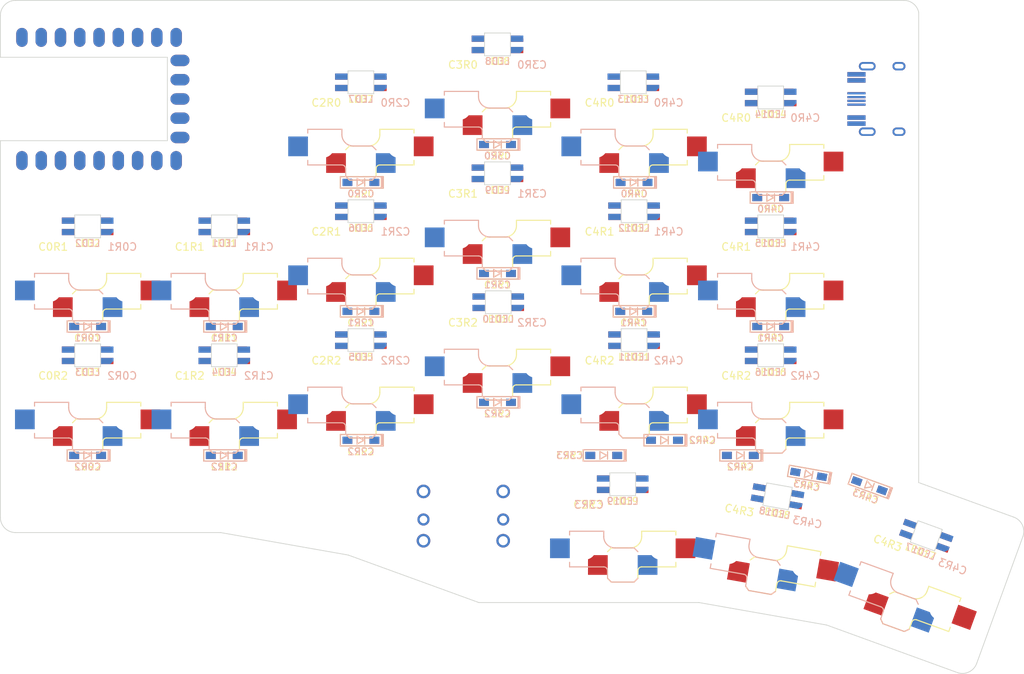
<source format=kicad_pcb>
(kicad_pcb (version 20221018) (generator pcbnew)
  (layers (0 "F.Cu" signal) (31 "B.Cu" signal) (34 "B.Paste" user) (35 "F.Paste" user) (36 "B.SilkS" user "B.Silkscreen") (37 "F.SilkS" user "F.Silkscreen") (38 "B.Mask" user) (39 "F.Mask" user) (44 "Edge.Cuts" user))
  (net 0 "")
  (net 1 "GND")
  (net 2 "VCC")
  (net 3 "RX")
  (net 4 "Net-(D1-A)")
  (net 5 "Net-(D2-A)")
  (net 6 "TX")
  (net 7 "Net-(D3-A)")
  (net 8 "LED")
  (net 9 "Net-(D4-A)")
  (net 10 "Net-(D5-A)")
  (net 11 "row0")
  (net 12 "Net-(D6-A)")
  (net 13 "Net-(D7-A)")
  (net 14 "Net-(D8-A)")
  (net 15 "Net-(D9-A)")
  (net 16 "Net-(D10-A)")
  (net 17 "Net-(D11-A)")
  (net 18 "row1")
  (net 19 "row2")
  (net 20 "row3")
  (net 21 "Net-(D12-A)")
  (net 22 "Net-(D13-A)")
  (net 23 "Net-(D14-A)")
  (net 24 "Net-(D15-A)")
  (net 25 "col1")
  (net 26 "col0")
  (net 27 "col2")
  (net 28 "col3")
  (net 29 "col4")
  (net 30 "Net-(D16-A)")
  (net 31 "Net-(D17-A)")
  (net 32 "Net-(D18-A)")
  (net 33 "Net-(D19-A)")
  (net 34 "row4")
  (net 35 "Net-(LED1-DOUT)")
  (net 36 "Net-(LED2-DOUT)")
  (net 37 "Net-(LED3-DOUT)")
  (net 38 "Net-(LED4-DOUT)")
  (net 39 "Net-(LED5-DOUT)")
  (net 40 "Net-(LED6-DOUT)")
  (net 41 "Net-(LED7-DOUT)")
  (net 42 "Net-(LED8-DOUT)")
  (net 43 "Net-(LED10-DIN)")
  (net 44 "Net-(LED10-DOUT)")
  (net 45 "Net-(LED11-DOUT)")
  (net 46 "Net-(LED12-DOUT)")
  (net 47 "Net-(LED13-DOUT)")
  (net 48 "Net-(LED14-DOUT)")
  (net 49 "Net-(LED15-DOUT)")
  (net 50 "Net-(LED16-DOUT)")
  (net 51 "Net-(LED17-DOUT)")
  (net 52 "Net-(LED18-DOUT)")
  (net 53 "LED_OUT")
  (net 59 "col5")
  (footprint "zzkeeb:LED_SK6812-MINI-E-reversible-flip3d" (layer "F.Cu") (at 101.5 47.3)
    (fp_text reference "LED8" (at 0 1.7 unlocked) (layer "F.SilkS") (effects (font (size 0.9 0.9)) (justify top)))
    (fp_text value "YS-SK6812MINI-E" hide)
    (fp_text user "${REFERENCE}" (at 0 1.7 unlocked) (layer "B.SilkS") (effects (font (size 0.9 0.9)) (justify top mirror)))
    (fp_line (start -1.7 -1.5) (end 1.7 -1.5) (stroke (width 0.1)) (layer "Edge.Cuts"))
    (fp_line (start -1.7 1.5) (end -1.7 -1.5) (stroke (width 0.1)) (layer "Edge.Cuts"))
    (fp_line (start 1.7 -1.5) (end 1.7 1.5) (stroke (width 0.1)) (layer "Edge.Cuts"))
    (fp_line (start 1.7 1.5) (end -1.7 1.5) (stroke (width 0.1)) (layer "Edge.Cuts"))
    (pad "1" smd rect (at -2.58 -0.75) (size 1.64 0.82) (layers "B.Cu" "B.Paste" "B.Mask") (net 2 "VCC"))
    (pad "1" smd rect (at -2.58 0.75) (size 1.64 0.82) (layers "F.Cu" "F.Paste" "F.Mask") (net 2 "VCC"))
    (pad "2" smd rect (at -2.58 -0.75) (size 1.64 0.82) (layers "F.Cu" "F.Paste" "F.Mask") (net 42 "Net-(LED8-DOUT)"))
    (pad "2" smd rect (at -2.58 0.75) (size 1.64 0.82) (layers "B.Cu" "B.Paste" "B.Mask") (net 42 "Net-(LED8-DOUT)"))
    (pad "3" smd roundrect (at 2.58 -0.75) (size 1.64 0.82) (layers "F.Cu" "F.Paste" "F.Mask") (roundrect_rratio 0) (chamfer_ratio 0.5) (chamfer top_right) (net 1 "GND"))
    (pad "3" smd roundrect (at 2.58 0.75) (size 1.64 0.82) (layers "B.Cu" "B.Paste" "B.Mask") (roundrect_rratio 0) (chamfer_ratio 0.5) (chamfer bottom_right) (net 1 "GND"))
    (pad "4" smd rect (at 2.58 -0.75) (size 1.64 0.82) (layers "B.Cu" "B.Paste" "B.Mask") (net 41 "Net-(LED7-DOUT)"))
    (pad "4" smd rect (at 2.58 0.75) (size 1.64 0.82) (layers "F.Cu" "F.Paste" "F.Mask") (net 41 "Net-(LED7-DOUT)"))
  )
  (footprint "zzkeeb:LED_SK6812-MINI-E-reversible-flip3d" (layer "F.Cu") (at 119.5 86.3)
    (fp_text reference "LED11" (at 0 1.7 unlocked) (layer "F.SilkS") (effects (font (size 0.9 0.9)) (justify top)))
    (fp_text value "YS-SK6812MINI-E" hide)
    (fp_text user "${REFERENCE}" (at 0 1.7 unlocked) (layer "B.SilkS") (effects (font (size 0.9 0.9)) (justify top mirror)))
    (fp_line (start -1.7 -1.5) (end 1.7 -1.5) (stroke (width 0.1)) (layer "Edge.Cuts"))
    (fp_line (start -1.7 1.5) (end -1.7 -1.5) (stroke (width 0.1)) (layer "Edge.Cuts"))
    (fp_line (start 1.7 -1.5) (end 1.7 1.5) (stroke (width 0.1)) (layer "Edge.Cuts"))
    (fp_line (start 1.7 1.5) (end -1.7 1.5) (stroke (width 0.1)) (layer "Edge.Cuts"))
    (pad "1" smd rect (at -2.58 -0.75) (size 1.64 0.82) (layers "B.Cu" "B.Paste" "B.Mask") (net 2 "VCC"))
    (pad "1" smd rect (at -2.58 0.75) (size 1.64 0.82) (layers "F.Cu" "F.Paste" "F.Mask") (net 2 "VCC"))
    (pad "2" smd rect (at -2.58 -0.75) (size 1.64 0.82) (layers "F.Cu" "F.Paste" "F.Mask") (net 45 "Net-(LED11-DOUT)"))
    (pad "2" smd rect (at -2.58 0.75) (size 1.64 0.82) (layers "B.Cu" "B.Paste" "B.Mask") (net 45 "Net-(LED11-DOUT)"))
    (pad "3" smd roundrect (at 2.58 -0.75) (size 1.64 0.82) (layers "F.Cu" "F.Paste" "F.Mask") (roundrect_rratio 0) (chamfer_ratio 0.5) (chamfer top_right) (net 1 "GND"))
    (pad "3" smd roundrect (at 2.58 0.75) (size 1.64 0.82) (layers "B.Cu" "B.Paste" "B.Mask") (roundrect_rratio 0) (chamfer_ratio 0.5) (chamfer bottom_right) (net 1 "GND"))
    (pad "4" smd rect (at 2.58 -0.75) (size 1.64 0.82) (layers "B.Cu" "B.Paste" "B.Mask") (net 44 "Net-(LED10-DOUT)"))
    (pad "4" smd rect (at 2.58 0.75) (size 1.64 0.82) (layers "F.Cu" "F.Paste" "F.Mask") (net 44 "Net-(LED10-DOUT)"))
  )
  (footprint "zzkeeb:LED_SK6812-MINI-E-reversible-flip3d" (layer "F.Cu") (at 101.6 81.3)
    (fp_text reference "LED10" (at 0 1.7 unlocked) (layer "F.SilkS") (effects (font (size 0.9 0.9)) (justify top)))
    (fp_text value "YS-SK6812MINI-E" hide)
    (fp_text user "${REFERENCE}" (at 0 1.7 unlocked) (layer "B.SilkS") (effects (font (size 0.9 0.9)) (justify top mirror)))
    (fp_line (start -1.7 -1.5) (end 1.7 -1.5) (stroke (width 0.1)) (layer "Edge.Cuts"))
    (fp_line (start -1.7 1.5) (end -1.7 -1.5) (stroke (width 0.1)) (layer "Edge.Cuts"))
    (fp_line (start 1.7 -1.5) (end 1.7 1.5) (stroke (width 0.1)) (layer "Edge.Cuts"))
    (fp_line (start 1.7 1.5) (end -1.7 1.5) (stroke (width 0.1)) (layer "Edge.Cuts"))
    (pad "1" smd rect (at -2.58 -0.75) (size 1.64 0.82) (layers "B.Cu" "B.Paste" "B.Mask") (net 2 "VCC"))
    (pad "1" smd rect (at -2.58 0.75) (size 1.64 0.82) (layers "F.Cu" "F.Paste" "F.Mask") (net 2 "VCC"))
    (pad "2" smd rect (at -2.58 -0.75) (size 1.64 0.82) (layers "F.Cu" "F.Paste" "F.Mask") (net 44 "Net-(LED10-DOUT)"))
    (pad "2" smd rect (at -2.58 0.75) (size 1.64 0.82) (layers "B.Cu" "B.Paste" "B.Mask") (net 44 "Net-(LED10-DOUT)"))
    (pad "3" smd roundrect (at 2.58 -0.75) (size 1.64 0.82) (layers "F.Cu" "F.Paste" "F.Mask") (roundrect_rratio 0) (chamfer_ratio 0.5) (chamfer top_right) (net 1 "GND"))
    (pad "3" smd roundrect (at 2.58 0.75) (size 1.64 0.82) (layers "B.Cu" "B.Paste" "B.Mask") (roundrect_rratio 0) (chamfer_ratio 0.5) (chamfer bottom_right) (net 1 "GND"))
    (pad "4" smd rect (at 2.58 -0.75) (size 1.64 0.82) (layers "B.Cu" "B.Paste" "B.Mask") (net 43 "Net-(LED10-DIN)"))
    (pad "4" smd rect (at 2.58 0.75) (size 1.64 0.82) (layers "F.Cu" "F.Paste" "F.Mask") (net 43 "Net-(LED10-DIN)"))
  )
  (footprint "zzkeeb:LED_SK6812-MINI-E-reversible-flip3d" (layer "F.Cu") (at 118 105.3)
    (fp_text reference "LED19" (at 0 1.7 unlocked) (layer "F.SilkS") (effects (font (size 0.9 0.9)) (justify top)))
    (fp_text value "YS-SK6812MINI-E" hide)
    (fp_text user "${REFERENCE}" (at 0 1.7 unlocked) (layer "B.SilkS") (effects (font (size 0.9 0.9)) (justify top mirror)))
    (fp_line (start -1.7 -1.5) (end 1.7 -1.5) (stroke (width 0.1)) (layer "Edge.Cuts"))
    (fp_line (start -1.7 1.5) (end -1.7 -1.5) (stroke (width 0.1)) (layer "Edge.Cuts"))
    (fp_line (start 1.7 -1.5) (end 1.7 1.5) (stroke (width 0.1)) (layer "Edge.Cuts"))
    (fp_line (start 1.7 1.5) (end -1.7 1.5) (stroke (width 0.1)) (layer "Edge.Cuts"))
    (pad "1" smd rect (at -2.58 -0.75) (size 1.64 0.82) (layers "B.Cu" "B.Paste" "B.Mask") (net 2 "VCC"))
    (pad "1" smd rect (at -2.58 0.75) (size 1.64 0.82) (layers "F.Cu" "F.Paste" "F.Mask") (net 2 "VCC"))
    (pad "2" smd rect (at -2.58 -0.75) (size 1.64 0.82) (layers "F.Cu" "F.Paste" "F.Mask") (net 53 "LED_OUT"))
    (pad "2" smd rect (at -2.58 0.75) (size 1.64 0.82) (layers "B.Cu" "B.Paste" "B.Mask") (net 53 "LED_OUT"))
    (pad "3" smd roundrect (at 2.58 -0.75) (size 1.64 0.82) (layers "F.Cu" "F.Paste" "F.Mask") (roundrect_rratio 0) (chamfer_ratio 0.5) (chamfer top_right) (net 1 "GND"))
    (pad "3" smd roundrect (at 2.58 0.75) (size 1.64 0.82) (layers "B.Cu" "B.Paste" "B.Mask") (roundrect_rratio 0) (chamfer_ratio 0.5) (chamfer bottom_right) (net 1 "GND"))
    (pad "4" smd rect (at 2.58 -0.75) (size 1.64 0.82) (layers "B.Cu" "B.Paste" "B.Mask") (net 52 "Net-(LED18-DOUT)"))
    (pad "4" smd rect (at 2.58 0.75) (size 1.64 0.82) (layers "F.Cu" "F.Paste" "F.Mask") (net 52 "Net-(LED18-DOUT)"))
  )
  (footprint "zzkeeb:Switch_ChocV1-hotswap-reversible" (layer "F.Cu") (at 137.5 111.5 -10)
    (fp_text reference "SW18" hide)
    (fp_text value "Switch" hide)
    (fp_text user "C${col}R${row}" (at 2.5 -2 -10) (layer "B.SilkS") (effects (justify right mirror)))
    (fp_text user "C${col}R${row}" (at -2.5 -2 -10) (layer "F.SilkS") (effects (justify right)))
    (pad "" np_thru_hole circle (at -5.5 0 350) (size 1.8 1.8) (drill 1.8) (layers "F&B.Cu" "*.Mask"))
    (pad "" np_thru_hole circle (at -5 3.75 350) (size 3 3) (drill 3) (layers "*.Cu" "*.Mask"))
    (pad "" np_thru_hole circle (at 0 0 350) (size 3.4 3.4) (drill 3.4) (layers "F&B.Cu" "*.Mask"))
    (pad "" np_thru_hole circle (at 0 5.95 350) (size 3 3) (drill 3) (layers "*.Cu" "*.Mask"))
    (pad "" np_thru_hole circle (at 5 3.75 350) (size 3 3) (drill 3) (layers "*.Cu" "*.Mask"))
    (pad "" np_thru_hole circle (at 5.5 0 350) (size 1.8 1.8) (drill 1.8) (layers "F&B.Cu" "*.Mask"))
    (pad "1" smd rect (at -3.275 5.95 350) (size 2.6 2.6) (layers "F.Cu" "F.Paste" "F.Mask") (net 32 "Net-(D18-A)"))
    (pad "1" smd rect (at 3.275 5.95 350) (size 2.6 2.6) (layers "B.Cu" "B.Paste" "B.Mask") (net 32 "Net-(D18-A)"))
    (pad "2" smd rect (at -8.275 3.75 350) (size 2.6 2.6) (layers "B.Cu" "B.Paste" "B.Mask") (net 29 "col4"))
    (pad "2" smd rect (at 8.275 3.75 350) (size 2.6 2.6) (layers "F.Cu" "F.Paste" "F.Mask") (net 29 "col4"))
  )
  (footprint "zzkeeb:LED_SK6812-MINI-E-reversible-flip3d" (layer "F.Cu") (at 119.4 52.3)
    (fp_text reference "LED13" (at 0 1.7 unlocked) (layer "F.SilkS") (effects (font (size 0.9 0.9)) (justify top)))
    (fp_text value "YS-SK6812MINI-E" hide)
    (fp_text user "${REFERENCE}" (at 0 1.7 unlocked) (layer "B.SilkS") (effects (font (size 0.9 0.9)) (justify top mirror)))
    (fp_line (start -1.7 -1.5) (end 1.7 -1.5) (stroke (width 0.1)) (layer "Edge.Cuts"))
    (fp_line (start -1.7 1.5) (end -1.7 -1.5) (stroke (width 0.1)) (layer "Edge.Cuts"))
    (fp_line (start 1.7 -1.5) (end 1.7 1.5) (stroke (width 0.1)) (layer "Edge.Cuts"))
    (fp_line (start 1.7 1.5) (end -1.7 1.5) (stroke (width 0.1)) (layer "Edge.Cuts"))
    (pad "1" smd rect (at -2.58 -0.75) (size 1.64 0.82) (layers "B.Cu" "B.Paste" "B.Mask") (net 2 "VCC"))
    (pad "1" smd rect (at -2.58 0.75) (size 1.64 0.82) (layers "F.Cu" "F.Paste" "F.Mask") (net 2 "VCC"))
    (pad "2" smd rect (at -2.58 -0.75) (size 1.64 0.82) (layers "F.Cu" "F.Paste" "F.Mask") (net 47 "Net-(LED13-DOUT)"))
    (pad "2" smd rect (at -2.58 0.75) (size 1.64 0.82) (layers "B.Cu" "B.Paste" "B.Mask") (net 47 "Net-(LED13-DOUT)"))
    (pad "3" smd roundrect (at 2.58 -0.75) (size 1.64 0.82) (layers "F.Cu" "F.Paste" "F.Mask") (roundrect_rratio 0) (chamfer_ratio 0.5) (chamfer top_right) (net 1 "GND"))
    (pad "3" smd roundrect (at 2.58 0.75) (size 1.64 0.82) (layers "B.Cu" "B.Paste" "B.Mask") (roundrect_rratio 0) (chamfer_ratio 0.5) (chamfer bottom_right) (net 1 "GND"))
    (pad "4" smd rect (at 2.58 -0.75) (size 1.64 0.82) (layers "B.Cu" "B.Paste" "B.Mask") (net 46 "Net-(LED12-DOUT)"))
    (pad "4" smd rect (at 2.58 0.75) (size 1.64 0.82) (layers "F.Cu" "F.Paste" "F.Mask") (net 46 "Net-(LED12-DOUT)"))
  )
  (footprint "zzkeeb:Switch_ChocV1-hotswap-reversible" (layer "F.Cu") (at 47.5 93)
    (fp_text reference "SW11" hide)
    (fp_text value "Switch" hide)
    (fp_text user "C${col}R${row}" (at 2.5 -2) (layer "B.SilkS") (effects (justify right mirror)))
    (fp_text user "C${col}R${row}" (at -2.5 -2) (layer "F.SilkS") (effects (justify right)))
    (pad "" np_thru_hole circle (at -5.5 0) (size 1.8 1.8) (drill 1.8) (layers "F&B.Cu" "*.Mask"))
    (pad "" np_thru_hole circle (at -5 3.75) (size 3 3) (drill 3) (layers "*.Cu" "*.Mask"))
    (pad "" np_thru_hole circle (at 0 0) (size 3.4 3.4) (drill 3.4) (layers "F&B.Cu" "*.Mask"))
    (pad "" np_thru_hole circle (at 0 5.95) (size 3 3) (drill 3) (layers "*.Cu" "*.Mask"))
    (pad "" np_thru_hole circle (at 5 3.75) (size 3 3) (drill 3) (layers "*.Cu" "*.Mask"))
    (pad "" np_thru_hole circle (at 5.5 0) (size 1.8 1.8) (drill 1.8) (layers "F&B.Cu" "*.Mask"))
    (pad "1" smd rect (at -3.275 5.95) (size 2.6 2.6) (layers "F.Cu" "F.Paste" "F.Mask") (net 17 "Net-(D11-A)"))
    (pad "1" smd rect (at 3.275 5.95) (size 2.6 2.6) (layers "B.Cu" "B.Paste" "B.Mask") (net 17 "Net-(D11-A)"))
    (pad "2" smd rect (at -8.275 3.75) (size 2.6 2.6) (layers "B.Cu" "B.Paste" "B.Mask") (net 26 "col0"))
    (pad "2" smd rect (at 8.275 3.75) (size 2.6 2.6) (layers "F.Cu" "F.Paste" "F.Mask") (net 26 "col0"))
  )
  (footprint "zzkeeb:Switch_ChocV1-hotswap-reversible" (layer "F.Cu") (at 65.5 93)
    (fp_text reference "SW12" hide)
    (fp_text value "Switch" hide)
    (fp_text user "C${col}R${row}" (at 2.5 -2) (layer "B.SilkS") (effects (justify right mirror)))
    (fp_text user "C${col}R${row}" (at -2.5 -2) (layer "F.SilkS") (effects (justify right)))
    (pad "" np_thru_hole circle (at -5.5 0) (size 1.8 1.8) (drill 1.8) (layers "F&B.Cu" "*.Mask"))
    (pad "" np_thru_hole circle (at -5 3.75) (size 3 3) (drill 3) (layers "*.Cu" "*.Mask"))
    (pad "" np_thru_hole circle (at 0 0) (size 3.4 3.4) (drill 3.4) (layers "F&B.Cu" "*.Mask"))
    (pad "" np_thru_hole circle (at 0 5.95) (size 3 3) (drill 3) (layers "*.Cu" "*.Mask"))
    (pad "" np_thru_hole circle (at 5 3.75) (size 3 3) (drill 3) (layers "*.Cu" "*.Mask"))
    (pad "" np_thru_hole circle (at 5.5 0) (size 1.8 1.8) (drill 1.8) (layers "F&B.Cu" "*.Mask"))
    (pad "1" smd rect (at -3.275 5.95) (size 2.6 2.6) (layers "F.Cu" "F.Paste" "F.Mask") (net 21 "Net-(D12-A)"))
    (pad "1" smd rect (at 3.275 5.95) (size 2.6 2.6) (layers "B.Cu" "B.Paste" "B.Mask") (net 21 "Net-(D12-A)"))
    (pad "2" smd rect (at -8.275 3.75) (size 2.6 2.6) (layers "B.Cu" "B.Paste" "B.Mask") (net 25 "col1"))
    (pad "2" smd rect (at 8.275 3.75) (size 2.6 2.6) (layers "F.Cu" "F.Paste" "F.Mask") (net 25 "col1"))
  )
  (footprint "zzkeeb:Switch_ChocV1-hotswap-reversible" (layer "F.Cu") (at 119.5 57)
    (fp_text reference "SW3" hide)
    (fp_text value "Switch" hide)
    (fp_text user "C${col}R${row}" (at 2.5 -2) (layer "B.SilkS") (effects (justify right mirror)))
    (fp_text user "C${col}R${row}" (at -2.5 -2) (layer "F.SilkS") (effects (justify right)))
    (pad "" np_thru_hole circle (at -5.5 0) (size 1.8 1.8) (drill 1.8) (layers "F&B.Cu" "*.Mask"))
    (pad "" np_thru_hole circle (at -5 3.75) (size 3 3) (drill 3) (layers "*.Cu" "*.Mask"))
    (pad "" np_thru_hole circle (at 0 0) (size 3.4 3.4) (drill 3.4) (layers "F&B.Cu" "*.Mask"))
    (pad "" np_thru_hole circle (at 0 5.95) (size 3 3) (drill 3) (layers "*.Cu" "*.Mask"))
    (pad "" np_thru_hole circle (at 5 3.75) (size 3 3) (drill 3) (layers "*.Cu" "*.Mask"))
    (pad "" np_thru_hole circle (at 5.5 0) (size 1.8 1.8) (drill 1.8) (layers "F&B.Cu" "*.Mask"))
    (pad "1" smd rect (at -3.275 5.95) (size 2.6 2.6) (layers "F.Cu" "F.Paste" "F.Mask") (net 7 "Net-(D3-A)"))
    (pad "1" smd rect (at 3.275 5.95) (size 2.6 2.6) (layers "B.Cu" "B.Paste" "B.Mask") (net 7 "Net-(D3-A)"))
    (pad "2" smd rect (at -8.275 3.75) (size 2.6 2.6) (layers "B.Cu" "B.Paste" "B.Mask") (net 29 "col4"))
    (pad "2" smd rect (at 8.275 3.75) (size 2.6 2.6) (layers "F.Cu" "F.Paste" "F.Mask") (net 29 "col4"))
  )
  (footprint "zzkeeb:Switch_ChocV1-hotswap-reversible" (layer "F.Cu") (at 83.5 57)
    (fp_text reference "SW1" hide)
    (fp_text value "Switch" hide)
    (fp_text user "C${col}R${row}" (at 2.5 -2) (layer "B.SilkS") (effects (justify right mirror)))
    (fp_text user "C${col}R${row}" (at -2.5 -2) (layer "F.SilkS") (effects (justify right)))
    (pad "" np_thru_hole circle (at -5.5 0) (size 1.8 1.8) (drill 1.8) (layers "F&B.Cu" "*.Mask"))
    (pad "" np_thru_hole circle (at -5 3.75) (size 3 3) (drill 3) (layers "*.Cu" "*.Mask"))
    (pad "" np_thru_hole circle (at 0 0) (size 3.4 3.4) (drill 3.4) (layers "F&B.Cu" "*.Mask"))
    (pad "" np_thru_hole circle (at 0 5.95) (size 3 3) (drill 3) (layers "*.Cu" "*.Mask"))
    (pad "" np_thru_hole circle (at 5 3.75) (size 3 3) (drill 3) (layers "*.Cu" "*.Mask"))
    (pad "" np_thru_hole circle (at 5.5 0) (size 1.8 1.8) (drill 1.8) (layers "F&B.Cu" "*.Mask"))
    (pad "1" smd rect (at -3.275 5.95) (size 2.6 2.6) (layers "F.Cu" "F.Paste" "F.Mask") (net 4 "Net-(D1-A)"))
    (pad "1" smd rect (at 3.275 5.95) (size 2.6 2.6) (layers "B.Cu" "B.Paste" "B.Mask") (net 4 "Net-(D1-A)"))
    (pad "2" smd rect (at -8.275 3.75) (size 2.6 2.6) (layers "B.Cu" "B.Paste" "B.Mask") (net 27 "col2"))
    (pad "2" smd rect (at 8.275 3.75) (size 2.6 2.6) (layers "F.Cu" "F.Paste" "F.Mask") (net 27 "col2"))
  )
  (footprint "zzkeeb:LED_SK6812-MINI-E-reversible-flip3d" (layer "F.Cu") (at 137.5 54.3)
    (fp_text reference "LED14" (at 0 1.7 unlocked) (layer "F.SilkS") (effects (font (size 0.9 0.9)) (justify top)))
    (fp_text value "YS-SK6812MINI-E" hide)
    (fp_text user "${REFERENCE}" (at 0 1.7 unlocked) (layer "B.SilkS") (effects (font (size 0.9 0.9)) (justify top mirror)))
    (fp_line (start -1.7 -1.5) (end 1.7 -1.5) (stroke (width 0.1)) (layer "Edge.Cuts"))
    (fp_line (start -1.7 1.5) (end -1.7 -1.5) (stroke (width 0.1)) (layer "Edge.Cuts"))
    (fp_line (start 1.7 -1.5) (end 1.7 1.5) (stroke (width 0.1)) (layer "Edge.Cuts"))
    (fp_line (start 1.7 1.5) (end -1.7 1.5) (stroke (width 0.1)) (layer "Edge.Cuts"))
    (pad "1" smd rect (at -2.58 -0.75) (size 1.64 0.82) (layers "B.Cu" "B.Paste" "B.Mask") (net 2 "VCC"))
    (pad "1" smd rect (at -2.58 0.75) (size 1.64 0.82) (layers "F.Cu" "F.Paste" "F.Mask") (net 2 "VCC"))
    (pad "2" smd rect (at -2.58 -0.75) (size 1.64 0.82) (layers "F.Cu" "F.Paste" "F.Mask") (net 48 "Net-(LED14-DOUT)"))
    (pad "2" smd rect (at -2.58 0.75) (size 1.64 0.82) (layers "B.Cu" "B.Paste" "B.Mask") (net 48 "Net-(LED14-DOUT)"))
    (pad "3" smd roundrect (at 2.58 -0.75) (size 1.64 0.82) (layers "F.Cu" "F.Paste" "F.Mask") (roundrect_rratio 0) (chamfer_ratio 0.5) (chamfer top_right) (net 1 "GND"))
    (pad "3" smd roundrect (at 2.58 0.75) (size 1.64 0.82) (layers "B.Cu" "B.Paste" "B.Mask") (roundrect_rratio 0) (chamfer_ratio 0.5) (chamfer bottom_right) (net 1 "GND"))
    (pad "4" smd rect (at 2.58 -0.75) (size 1.64 0.82) (layers "B.Cu" "B.Paste" "B.Mask") (net 47 "Net-(LED13-DOUT)"))
    (pad "4" smd rect (at 2.58 0.75) (size 1.64 0.82) (layers "F.Cu" "F.Paste" "F.Mask") (net 47 "Net-(LED13-DOUT)"))
  )
  (footprint "zzkeeb:Switch_ChocV1-hotswap-reversible" (layer "F.Cu") (at 101.5 86)
    (fp_text reference "SW14" hide)
    (fp_text value "Switch" hide)
    (fp_text user "C${col}R${row}" (at 2.5 -2) (layer "B.SilkS") (effects (justify right mirror)))
    (fp_text user "C${col}R${row}" (at -2.5 -2) (layer "F.SilkS") (effects (justify right)))
    (pad "" np_thru_hole circle (at -5.5 0) (size 1.8 1.8) (drill 1.8) (layers "F&B.Cu" "*.Mask"))
    (pad "" np_thru_hole circle (at -5 3.75) (size 3 3) (drill 3) (layers "*.Cu" "*.Mask"))
    (pad "" np_thru_hole circle (at 0 0) (size 3.4 3.4) (drill 3.4) (layers "F&B.Cu" "*.Mask"))
    (pad "" np_thru_hole circle (at 0 5.95) (size 3 3) (drill 3) (layers "*.Cu" "*.Mask"))
    (pad "" np_thru_hole circle (at 5 3.75) (size 3 3) (drill 3) (layers "*.Cu" "*.Mask"))
    (pad "" np_thru_hole circle (at 5.5 0) (size 1.8 1.8) (drill 1.8) (layers "F&B.Cu" "*.Mask"))
    (pad "1" smd rect (at -3.275 5.95) (size 2.6 2.6) (layers "F.Cu" "F.Paste" "F.Mask") (net 23 "Net-(D14-A)"))
    (pad "1" smd rect (at 3.275 5.95) (size 2.6 2.6) (layers "B.Cu" "B.Paste" "B.Mask") (net 23 "Net-(D14-A)"))
    (pad "2" smd rect (at -8.275 3.75) (size 2.6 2.6) (layers "B.Cu" "B.Paste" "B.Mask") (net 28 "col3"))
    (pad "2" smd rect (at 8.275 3.75) (size 2.6 2.6) (layers "F.Cu" "F.Paste" "F.Mask") (net 28 "col3"))
  )
  (footprint "zzkeeb:Switch_ChocV1-hotswap-reversible" (layer "F.Cu") (at 101.5 52)
    (fp_text reference "SW2" hide)
    (fp_text value "Switch" hide)
    (fp_text user "C${col}R${row}" (at 2.5 -2) (layer "B.SilkS") (effects (justify right mirror)))
    (fp_text user "C${col}R${row}" (at -2.5 -2) (layer "F.SilkS") (effects (justify right)))
    (pad "" np_thru_hole circle (at -5.5 0) (size 1.8 1.8) (drill 1.8) (layers "F&B.Cu" "*.Mask"))
    (pad "" np_thru_hole circle (at -5 3.75) (size 3 3) (drill 3) (layers "*.Cu" "*.Mask"))
    (pad "" np_thru_hole circle (at 0 0) (size 3.4 3.4) (drill 3.4) (layers "F&B.Cu" "*.Mask"))
    (pad "" np_thru_hole circle (at 0 5.95) (size 3 3) (drill 3) (layers "*.Cu" "*.Mask"))
    (pad "" np_thru_hole circle (at 5 3.75) (size 3 3) (drill 3) (layers "*.Cu" "*.Mask"))
    (pad "" np_thru_hole circle (at 5.5 0) (size 1.8 1.8) (drill 1.8) (layers "F&B.Cu" "*.Mask"))
    (pad "1" smd rect (at -3.275 5.95) (size 2.6 2.6) (layers "F.Cu" "F.Paste" "F.Mask") (net 5 "Net-(D2-A)"))
    (pad "1" smd rect (at 3.275 5.95) (size 2.6 2.6) (layers "B.Cu" "B.Paste" "B.Mask") (net 5 "Net-(D2-A)"))
    (pad "2" smd rect (at -8.275 3.75) (size 2.6 2.6) (layers "B.Cu" "B.Paste" "B.Mask") (net 28 "col3"))
    (pad "2" smd rect (at 8.275 3.75) (size 2.6 2.6) (layers "F.Cu" "F.Paste" "F.Mask") (net 28 "col3"))
  )
  (footprint "zzkeeb:LED_SK6812-MINI-E-reversible-flip3d" (layer "F.Cu") (at 47.5 71.3)
    (fp_text reference "LED2" (at 0 1.7 unlocked) (layer "F.SilkS") (effects (font (size 0.9 0.9)) (justify top)))
    (fp_text value "YS-SK6812MINI-E" hide)
    (fp_text user "${REFERENCE}" (at 0 1.7 unlocked) (layer "B.SilkS") (effects (font (size 0.9 0.9)) (justify top mirror)))
    (fp_line (start -1.7 -1.5) (end 1.7 -1.5) (stroke (width 0.1)) (layer "Edge.Cuts"))
    (fp_line (start -1.7 1.5) (end -1.7 -1.5) (stroke (width 0.1)) (layer "Edge.Cuts"))
    (fp_line (start 1.7 -1.5) (end 1.7 1.5) (stroke (width 0.1)) (layer "Edge.Cuts"))
    (fp_line (start 1.7 1.5) (end -1.7 1.5) (stroke (width 0.1)) (layer "Edge.Cuts"))
    (pad "1" smd rect (at -2.58 -0.75) (size 1.64 0.82) (layers "B.Cu" "B.Paste" "B.Mask") (net 2 "VCC"))
    (pad "1" smd rect (at -2.58 0.75) (size 1.64 0.82) (layers "F.Cu" "F.Paste" "F.Mask") (net 2 "VCC"))
    (pad "2" smd rect (at -2.58 -0.75) (size 1.64 0.82) (layers "F.Cu" "F.Paste" "F.Mask") (net 36 "Net-(LED2-DOUT)"))
    (pad "2" smd rect (at -2.58 0.75) (size 1.64 0.82) (layers "B.Cu" "B.Paste" "B.Mask") (net 36 "Net-(LED2-DOUT)"))
    (pad "3" smd roundrect (at 2.58 -0.75) (size 1.64 0.82) (layers "F.Cu" "F.Paste" "F.Mask") (roundrect_rratio 0) (chamfer_ratio 0.5) (chamfer top_right) (net 1 "GND"))
    (pad "3" smd roundrect (at 2.58 0.75) (size 1.64 0.82) (layers "B.Cu" "B.Paste" "B.Mask") (roundrect_rratio 0) (chamfer_ratio 0.5) (chamfer bottom_right) (net 1 "GND"))
    (pad "4" smd rect (at 2.58 -0.75) (size 1.64 0.82) (layers "B.Cu" "B.Paste" "B.Mask") (net 35 "Net-(LED1-DOUT)"))
    (pad "4" smd rect (at 2.58 0.75) (size 1.64 0.82) (layers "F.Cu" "F.Paste" "F.Mask") (net 35 "Net-(LED1-DOUT)"))
  )
  (footprint "zzkeeb:Hole_M2" (layer "F.Cu") (at 145 45.5)
    (fp_text reference "H5" hide)
    (fp_text value "MountingHole" hide)
    (pad "" np_thru_hole circle (at 0 0) (size 2.3 2.3) (drill 2.3) (layers "*.Cu" "*.Mask"))
  )
  (footprint "zzkeeb:LED_SK6812-MINI-E-reversible-flip3d" (layer "F.Cu") (at 47.5 88.3)
    (fp_text reference "LED3" (at 0 1.7 unlocked) (layer "F.SilkS") (effects (font (size 0.9 0.9)) (justify top)))
    (fp_text value "YS-SK6812MINI-E" hide)
    (fp_text user "${REFERENCE}" (at 0 1.7 unlocked) (layer "B.SilkS") (effects (font (size 0.9 0.9)) (justify top mirror)))
    (fp_line (start -1.7 -1.5) (end 1.7 -1.5) (stroke (width 0.1)) (layer "Edge.Cuts"))
    (fp_line (start -1.7 1.5) (end -1.7 -1.5) (stroke (width 0.1)) (layer "Edge.Cuts"))
    (fp_line (start 1.7 -1.5) (end 1.7 1.5) (stroke (width 0.1)) (layer "Edge.Cuts"))
    (fp_line (start 1.7 1.5) (end -1.7 1.5) (stroke (width 0.1)) (layer "Edge.Cuts"))
    (pad "1" smd rect (at -2.58 -0.75) (size 1.64 0.82) (layers "B.Cu" "B.Paste" "B.Mask") (net 2 "VCC"))
    (pad "1" smd rect (at -2.58 0.75) (size 1.64 0.82) (layers "F.Cu" "F.Paste" "F.Mask") (net 2 "VCC"))
    (pad "2" smd rect (at -2.58 -0.75) (size 1.64 0.82) (layers "F.Cu" "F.Paste" "F.Mask") (net 37 "Net-(LED3-DOUT)"))
    (pad "2" smd rect (at -2.58 0.75) (size 1.64 0.82) (layers "B.Cu" "B.Paste" "B.Mask") (net 37 "Net-(LED3-DOUT)"))
    (pad "3" smd roundrect (at 2.58 -0.75) (size 1.64 0.82) (layers "F.Cu" "F.Paste" "F.Mask") (roundrect_rratio 0) (chamfer_ratio 0.5) (chamfer top_right) (net 1 "GND"))
    (pad "3" smd roundrect (at 2.58 0.75) (size 1.64 0.82) (layers "B.Cu" "B.Paste" "B.Mask") (roundrect_rratio 0) (chamfer_ratio 0.5) (chamfer bottom_right) (net 1 "GND"))
    (pad "4" smd rect (at 2.58 -0.75) (size 1.64 0.82) (layers "B.Cu" "B.Paste" "B.Mask") (net 36 "Net-(LED2-DOUT)"))
    (pad "4" smd rect (at 2.58 0.75) (size 1.64 0.82) (layers "F.Cu" "F.Paste" "F.Mask") (net 36 "Net-(LED2-DOUT)"))
  )
  (footprint "zzkeeb:LED_SK6812-MINI-E-reversible-flip3d" (layer "F.Cu") (at 158 112.1 -20)
    (fp_text reference "LED17" (at 0 1.7 -20 unlocked) (layer "F.SilkS") (effects (font (size 0.9 0.9)) (justify top)))
    (fp_text value "YS-SK6812MINI-E" hide)
    (fp_text user "${REFERENCE}" (at 0 1.7 -20 unlocked) (layer "B.SilkS") (effects (font (size 0.9 0.9)) (justify top mirror)))
    (fp_line (start -1.7 -1.5) (end 1.7 -1.5) (stroke (width 0.1)) (layer "Edge.Cuts"))
    (fp_line (start -1.7 1.5) (end -1.7 -1.5) (stroke (width 0.1)) (layer "Edge.Cuts"))
    (fp_line (start 1.7 -1.5) (end 1.7 1.5) (stroke (width 0.1)) (layer "Edge.Cuts"))
    (fp_line (start 1.7 1.5) (end -1.7 1.5) (stroke (width 0.1)) (layer "Edge.Cuts"))
    (pad "1" smd rect (at -2.58 -0.75 340) (size 1.64 0.82) (layers "B.Cu" "B.Paste" "B.Mask") (net 2 "VCC"))
    (pad "1" smd rect (at -2.58 0.75 340) (size 1.64 0.82) (layers "F.Cu" "F.Paste" "F.Mask") (net 2 "VCC"))
    (pad "2" smd rect (at -2.58 -0.75 340) (size 1.64 0.82) (layers "F.Cu" "F.Paste" "F.Mask") (net 51 "Net-(LED17-DOUT)"))
    (pad "2" smd rect (at -2.58 0.75 340) (size 1.64 0.82) (layers "B.Cu" "B.Paste" "B.Mask") (net 51 "Net-(LED17-DOUT)"))
    (pad "3" smd roundrect (at 2.58 -0.75 340) (size 1.64 0.82) (layers "F.Cu" "F.Paste" "F.Mask") (roundrect_rratio 0) (chamfer_ratio 0.5) (chamfer top_right) (net 1 "GND"))
    (pad "3" smd roundrect (at 2.58 0.75 340) (size 1.64 0.82) (layers "B.Cu" "B.Paste" "B.Mask") (roundrect_rratio 0) (chamfer_ratio 0.5) (chamfer bottom_right) (net 1 "GND"))
    (pad "4" smd rect (at 2.58 -0.75 340) (size 1.64 0.82) (layers "B.Cu" "B.Paste" "B.Mask") (net 50 "Net-(LED16-DOUT)"))
    (pad "4" smd rect (at 2.58 0.75 340) (size 1.64 0.82) (layers "F.Cu" "F.Paste" "F.Mask") (net 50 "Net-(LED16-DOUT)"))
  )
  (footprint "zzkeeb:LED_SK6812-MINI-E-reversible-flip3d" (layer "F.Cu") (at 83.5 86.3)
    (fp_text reference "LED5" (at 0 1.7 unlocked) (layer "F.SilkS") (effects (font (size 0.9 0.9)) (justify top)))
    (fp_text value "YS-SK6812MINI-E" hide)
    (fp_text user "${REFERENCE}" (at 0 1.7 unlocked) (layer "B.SilkS") (effects (font (size 0.9 0.9)) (justify top mirror)))
    (fp_line (start -1.7 -1.5) (end 1.7 -1.5) (stroke (width 0.1)) (layer "Edge.Cuts"))
    (fp_line (start -1.7 1.5) (end -1.7 -1.5) (stroke (width 0.1)) (layer "Edge.Cuts"))
    (fp_line (start 1.7 -1.5) (end 1.7 1.5) (stroke (width 0.1)) (layer "Edge.Cuts"))
    (fp_line (start 1.7 1.5) (end -1.7 1.5) (stroke (width 0.1)) (layer "Edge.Cuts"))
    (pad "1" smd rect (at -2.58 -0.75) (size 1.64 0.82) (layers "B.Cu" "B.Paste" "B.Mask") (net 2 "VCC"))
    (pad "1" smd rect (at -2.58 0.75) (size 1.64 0.82) (layers "F.Cu" "F.Paste" "F.Mask") (net 2 "VCC"))
    (pad "2" smd rect (at -2.58 -0.75) (size 1.64 0.82) (layers "F.Cu" "F.Paste" "F.Mask") (net 39 "Net-(LED5-DOUT)"))
    (pad "2" smd rect (at -2.58 0.75) (size 1.64 0.82) (layers "B.Cu" "B.Paste" "B.Mask") (net 39 "Net-(LED5-DOUT)"))
    (pad "3" smd roundrect (at 2.58 -0.75) (size 1.64 0.82) (layers "F.Cu" "F.Paste" "F.Mask") (roundrect_rratio 0) (chamfer_ratio 0.5) (chamfer top_right) (net 1 "GND"))
    (pad "3" smd roundrect (at 2.58 0.75) (size 1.64 0.82) (layers "B.Cu" "B.Paste" "B.Mask") (roundrect_rratio 0) (chamfer_ratio 0.5) (chamfer bottom_right) (net 1 "GND"))
    (pad "4" smd rect (at 2.58 -0.75) (size 1.64 0.82) (layers "B.Cu" "B.Paste" "B.Mask") (net 38 "Net-(LED4-DOUT)"))
    (pad "4" smd rect (at 2.58 0.75) (size 1.64 0.82) (layers "F.Cu" "F.Paste" "F.Mask") (net 38 "Net-(LED4-DOUT)"))
  )
  (footprint "zzkeeb:Hole_M2" (layer "F.Cu") (at 48 107.6714)
    (fp_text reference "H3" hide)
    (fp_text value "MountingHole" hide)
    (pad "" np_thru_hole circle (at 0 0) (size 2.3 2.3) (drill 2.3) (layers "*.Cu" "*.Mask"))
  )
  (footprint "zzkeeb:LED_SK6812-MINI-E-reversible-flip3d" (layer "F.Cu") (at 83.5 52.3)
    (fp_text reference "LED7" (at 0 1.7 unlocked) (layer "F.SilkS") (effects (font (size 0.9 0.9)) (justify top)))
    (fp_text value "YS-SK6812MINI-E" hide)
    (fp_text user "${REFERENCE}" (at 0 1.7 unlocked) (layer "B.SilkS") (effects (font (size 0.9 0.9)) (justify top mirror)))
    (fp_line (start -1.7 -1.5) (end 1.7 -1.5) (stroke (width 0.1)) (layer "Edge.Cuts"))
    (fp_line (start -1.7 1.5) (end -1.7 -1.5) (stroke (width 0.1)) (layer "Edge.Cuts"))
    (fp_line (start 1.7 -1.5) (end 1.7 1.5) (stroke (width 0.1)) (layer "Edge.Cuts"))
    (fp_line (start 1.7 1.5) (end -1.7 1.5) (stroke (width 0.1)) (layer "Edge.Cuts"))
    (pad "1" smd rect (at -2.58 -0.75) (size 1.64 0.82) (layers "B.Cu" "B.Paste" "B.Mask") (net 2 "VCC"))
    (pad "1" smd rect (at -2.58 0.75) (size 1.64 0.82) (layers "F.Cu" "F.Paste" "F.Mask") (net 2 "VCC"))
    (pad "2" smd rect (at -2.58 -0.75) (size 1.64 0.82) (layers "F.Cu" "F.Paste" "F.Mask") (net 41 "Net-(LED7-DOUT)"))
    (pad "2" smd rect (at -2.58 0.75) (size 1.64 0.82) (layers "B.Cu" "B.Paste" "B.Mask") (net 41 "Net-(LED7-DOUT)"))
    (pad "3" smd roundrect (at 2.58 -0.75) (size 1.64 0.82) (layers "F.Cu" "F.Paste" "F.Mask") (roundrect_rratio 0) (chamfer_ratio 0.5) (chamfer top_right) (net 1 "GND"))
    (pad "3" smd roundrect (at 2.58 0.75) (size 1.64 0.82) (layers "B.Cu" "B.Paste" "B.Mask") (roundrect_rratio 0) (chamfer_ratio 0.5) (chamfer bottom_right) (net 1 "GND"))
    (pad "4" smd rect (at 2.58 -0.75) (size 1.64 0.82) (layers "B.Cu" "B.Paste" "B.Mask") (net 40 "Net-(LED6-DOUT)"))
    (pad "4" smd rect (at 2.58 0.75) (size 1.64 0.82) (layers "F.Cu" "F.Paste" "F.Mask") (net 40 "Net-(LED6-DOUT)"))
  )
  (footprint "zzkeeb:LED_SK6812-MINI-E-reversible-flip3d" (layer "F.Cu") (at 101.5 64.3)
    (fp_text reference "LED9" (at 0 1.7 unlocked) (layer "F.SilkS") (effects (font (size 0.9 0.9)) (justify top)))
    (fp_text value "YS-SK6812MINI-E" hide)
    (fp_text user "${REFERENCE}" (at 0 1.7 unlocked) (layer "B.SilkS") (effects (font (size 0.9 0.9)) (justify top mirror)))
    (fp_line (start -1.7 -1.5) (end 1.7 -1.5) (stroke (width 0.1)) (layer "Edge.Cuts"))
    (fp_line (start -1.7 1.5) (end -1.7 -1.5) (stroke (width 0.1)) (layer "Edge.Cuts"))
    (fp_line (start 1.7 -1.5) (end 1.7 1.5) (stroke (width 0.1)) (layer "Edge.Cuts"))
    (fp_line (start 1.7 1.5) (end -1.7 1.5) (stroke (width 0.1)) (layer "Edge.Cuts"))
    (pad "1" smd rect (at -2.58 -0.75) (size 1.64 0.82) (layers "B.Cu" "B.Paste" "B.Mask") (net 2 "VCC"))
    (pad "1" smd rect (at -2.58 0.75) (size 1.64 0.82) (layers "F.Cu" "F.Paste" "F.Mask") (net 2 "VCC"))
    (pad "2" smd rect (at -2.58 -0.75) (size 1.64 0.82) (layers "F.Cu" "F.Paste" "F.Mask") (net 43 "Net-(LED10-DIN)"))
    (pad "2" smd rect (at -2.58 0.75) (size 1.64 0.82) (layers "B.Cu" "B.Paste" "B.Mask") (net 43 "Net-(LED10-DIN)"))
    (pad "3" smd roundrect (at 2.58 -0.75) (size 1.64 0.82) (layers "F.Cu" "F.Paste" "F.Mask") (roundrect_rratio 0) (chamfer_ratio 0.5) (chamfer top_right) (net 1 "GND"))
    (pad "3" smd roundrect (at 2.58 0.75) (size 1.64 0.82) (layers "B.Cu" "B.Paste" "B.Mask") (roundrect_rratio 0) (chamfer_ratio 0.5) (chamfer bottom_right) (net 1 "GND"))
    (pad "4" smd rect (at 2.58 -0.75) (size 1.64 0.82) (layers "B.Cu" "B.Paste" "B.Mask") (net 42 "Net-(LED8-DOUT)"))
    (pad "4" smd rect (at 2.58 0.75) (size 1.64 0.82) (layers "F.Cu" "F.Paste" "F.Mask") (net 42 "Net-(LED8-DOUT)"))
  )
  (footprint "zzkeeb:Switch_ChocV1-hotswap-reversible" (layer "F.Cu") (at 137.5 93)
    (fp_text reference "SW16" hide)
    (fp_text value "Switch" hide)
    (fp_text user "C${col}R${row}" (at 2.5 -2) (layer "B.SilkS") (effects (justify right mirror)))
    (fp_text user "C${col}R${row}" (at -2.5 -2) (layer "F.SilkS") (effects (justify right)))
    (pad "" np_thru_hole circle (at -5.5 0) (size 1.8 1.8) (drill 1.8) (layers "F&B.Cu" "*.Mask"))
    (pad "" np_thru_hole circle (at -5 3.75) (size 3 3) (drill 3) (layers "*.Cu" "*.Mask"))
    (pad "" np_thru_hole circle (at 0 0) (size 3.4 3.4) (drill 3.4) (layers "F&B.Cu" "*.Mask"))
    (pad "" np_thru_hole circle (at 0 5.95) (size 3 3) (drill 3) (layers "*.Cu" "*.Mask"))
    (pad "" np_thru_hole circle (at 5 3.75) (size 3 3) (drill 3) (layers "*.Cu" "*.Mask"))
    (pad "" np_thru_hole circle (at 5.5 0) (size 1.8 1.8) (drill 1.8) (layers "F&B.Cu" "*.Mask"))
    (pad "1" smd rect (at -3.275 5.95) (size 2.6 2.6) (layers "F.Cu" "F.Paste" "F.Mask") (net 30 "Net-(D16-A)"))
    (pad "1" smd rect (at 3.275 5.95) (size 2.6 2.6) (layers "B.Cu" "B.Paste" "B.Mask") (net 30 "Net-(D16-A)"))
    (pad "2" smd rect (at -8.275 3.75) (size 2.6 2.6) (layers "B.Cu" "B.Paste" "B.Mask") (net 59 "col5"))
    (pad "2" smd rect (at 8.275 3.75) (size 2.6 2.6) (layers "F.Cu" "F.Paste" "F.Mask") (net 59 "col5"))
  )
  (footprint "zzkeeb:Switch_ChocV1-hotswap-reversible" (layer "F.Cu") (at 47.5 76)
    (fp_text reference "SW5" hide)
    (fp_text value "Switch" hide)
    (fp_text user "C${col}R${row}" (at 2.5 -2) (layer "B.SilkS") (effects (justify right mirror)))
    (fp_text user "C${col}R${row}" (at -2.5 -2) (layer "F.SilkS") (effects (justify right)))
    (pad "" np_thru_hole circle (at -5.5 0) (size 1.8 1.8) (drill 1.8) (layers "F&B.Cu" "*.Mask"))
    (pad "" np_thru_hole circle (at -5 3.75) (size 3 3) (drill 3) (layers "*.Cu" "*.Mask"))
    (pad "" np_thru_hole circle (at 0 0) (size 3.4 3.4) (drill 3.4) (layers "F&B.Cu" "*.Mask"))
    (pad "" np_thru_hole circle (at 0 5.95) (size 3 3) (drill 3) (layers "*.Cu" "*.Mask"))
    (pad "" np_thru_hole circle (at 5 3.75) (size 3 3) (drill 3) (layers "*.Cu" "*.Mask"))
    (pad "" np_thru_hole circle (at 5.5 0) (size 1.8 1.8) (drill 1.8) (layers "F&B.Cu" "*.Mask"))
    (pad "1" smd rect (at -3.275 5.95) (size 2.6 2.6) (layers "F.Cu" "F.Paste" "F.Mask") (net 10 "Net-(D5-A)"))
    (pad "1" smd rect (at 3.275 5.95) (size 2.6 2.6) (layers "B.Cu" "B.Paste" "B.Mask") (net 10 "Net-(D5-A)"))
    (pad "2" smd rect (at -8.275 3.75) (size 2.6 2.6) (layers "B.Cu" "B.Paste" "B.Mask") (net 26 "col0"))
    (pad "2" smd rect (at 8.275 3.75) (size 2.6 2.6) (layers "F.Cu" "F.Paste" "F.Mask") (net 26 "col0"))
  )
  (footprint "zzkeeb:Switch_ChocV1-hotswap-reversible" (layer "F.Cu") (at 119.5 91)
    (fp_text reference "SW15" hide)
    (fp_text value "Switch" hide)
    (fp_text user "C${col}R${row}" (at 2.5 -2) (layer "B.SilkS") (effects (justify right mirror)))
    (fp_text user "C${col}R${row}" (at -2.5 -2) (layer "F.SilkS") (effects (justify right)))
    (pad "" np_thru_hole circle (at -5.5 0) (size 1.8 1.8) (drill 1.8) (layers "F&B.Cu" "*.Mask"))
    (pad "" np_thru_hole circle (at -5 3.75) (size 3 3) (drill 3) (layers "*.Cu" "*.Mask"))
    (pad "" np_thru_hole circle (at 0 0) (size 3.4 3.4) (drill 3.4) (layers "F&B.Cu" "*.Mask"))
    (pad "" np_thru_hole circle (at 0 5.95) (size 3 3) (drill 3) (layers "*.Cu" "*.Mask"))
    (pad "" np_thru_hole circle (at 5 3.75) (size 3 3) (drill 3) (layers "*.Cu" "*.Mask"))
    (pad "" np_thru_hole circle (at 5.5 0) (size 1.8 1.8) (drill 1.8) (layers "F&B.Cu" "*.Mask"))
    (pad "1" smd rect (at -3.275 5.95) (size 2.6 2.6) (layers "F.Cu" "F.Paste" "F.Mask") (net 24 "Net-(D15-A)"))
    (pad "1" smd rect (at 3.275 5.95) (size 2.6 2.6) (layers "B.Cu" "B.Paste" "B.Mask") (net 24 "Net-(D15-A)"))
    (pad "2" smd rect (at -8.275 3.75) (size 2.6 2.6) (layers "B.Cu" "B.Paste" "B.Mask") (net 29 "col4"))
    (pad "2" smd rect (at 8.275 3.75) (size 2.6 2.6) (layers "F.Cu" "F.Paste" "F.Mask") (net 29 "col4"))
  )
  (footprint "zzkeeb:Connector_HRO-TYPE-C-31-M-12-data" (layer "F.Cu") (at 157 54.5 90)
    (fp_text reference "USB1" hide)
    (fp_text value "Connector_HRO-TYPE-C-31-M-12" hide)
    (pad "" np_thru_hole circle (at -2.89 -6.25 90) (size 0.65 0.65) (drill 0.65) (layers "*.Cu" "*.Mask"))
    (pad "" np_thru_hole circle (at 2.89 -6.25 90) (size 0.65 0.65) (drill 0.65) (layers "*.Cu" "*.Mask"))
    (pad "1" smd custom (at -3.25 -9.1 90) (size 0.6 0.6) (layers "F.Cu" "F.Paste" "F.Mask") (net 1 "GND") (options (clearance outline) (anchor rect)) (primitives (gr_poly (pts (xy -0.3 0.3) (xy -0.3 2.1) (xy 0.3 2.1) (xy 0.3 0.3)) (width 0) (fill yes))))
    (pad "2" smd custom (at -2.45 -9.1 90) (size 0.6 0.6) (layers "F.Cu" "F.Paste" "F.Mask") (net 2 "VCC") (options (clearance outline) (anchor rect)) (primitives (gr_poly (pts (xy -0.3 0.3) (xy -0.3 2.1) (xy 0.3 2.1) (xy 0.3 0.3)) (width 0) (fill yes))))
    (pad "5" smd custom (at -0.75 -9.1 90) (size 0.3 0.6) (layers "F.Cu" "F.Paste" "F.Mask") (net 3 "RX") (options (clearance outline) (anchor rect)) (primitives (gr_poly (pts (xy -0.15 0.3) (xy -0.15 2.1) (xy 0.15 2.1) (xy 0.15 0.3)) (width 0) (fill yes))))
    (pad "6" smd custom (at -0.25 -9.1 90) (size 0.3 0.6) (layers "F.Cu" "F.Paste" "F.Mask") (net 6 "TX") (options (clearance outline) (anchor rect)) (primitives (gr_poly (pts (xy -0.15 0.3) (xy -0.15 2.1) (xy 0.15 2.1) (xy 0.15 0.3)) (width 0) (fill yes))))
    (pad "7" smd custom (at 0.25 -9.1 90) (size 0.3 0.6) (layers "F.Cu" "F.Paste" "F.Mask") (net 3 "RX") (options (clearance outline) (anchor rect)) (primitives (gr_poly (pts (xy -0.15 0.3) (xy -0.15 2.1) (xy 0.15 2.1) (xy 0.15 0.3)) (width 0) (fill yes))))
    (pad "8" smd custom (at 0.75 -9.1 90) (size 0.3 0.6) (layers "F.Cu" "F.Paste" "F.Mask") (net 6 "TX") (options (clearance outline) (anchor rect)) (primitives (gr_poly (pts (xy -0.15 0.3) (xy -0.15 2.1) (xy 0.15 2.1) (xy 0.15 0.3)) (width 0) (fill yes))))
    (pad "11" smd custom (at 2.45 -9.1 90) (size 0.6 0.6) (layers "F.Cu" "F.Paste" "F.Mask") (net 2 "VCC") (options (clearance outline) (anchor rect)) (primitives (gr_poly (pts (xy -0.3 0.3) (xy -0.3 2.1) (xy 0.3 2.1) (xy 0.3 0.3)) (width 0) (fill yes))))
    (pad "12" smd custom (at 3.25 -9.1 90) (size 0.6 0.6) (layers "F.Cu" "F.Paste" "F.Mask") (net 1 "GND") (options (clearance outline) (anchor rect)) (primitives (gr_poly (pts (xy -0.3 0.3) (xy -0.3 2.1) (xy 0.3 2.1) (xy 0.3 0.3)) (width 0) (fill yes))))
    (pad "13" thru_hole oval (at -4.32 -6.78 90) (size 1.1 2.2) (drill oval 0.6 1.7) (layers "*.Cu" "*.Mask"))
    (pad "13" thru_hole oval (at -4.32 -2.6 90) (size 1.1 1.7) (drill oval 0.6 1.2) (layers "*.Cu" "*.Mask"))
    (pad "13" thru_hole oval (at 4.32 -6.78 90) (size 1.1 2.2) (drill oval 0.6 1.7) (layers "*.Cu" "*.Mask"))
    (pad "13" thru_hole oval (at 4.32 -2.6 90) (size 1.1 1.7) (drill oval 0.6 1.2) (layers "*.Cu" "*.Mask"))
  )
  (footprint "zzkeeb:LED_SK6812-MINI-E-reversible-flip3d" (layer "F.Cu") (at 119.5 69.3)
    (fp_text reference "LED12" (at 0 1.7 unlocked) (layer "F.SilkS") (effects (font (size 0.9 0.9)) (justify top)))
    (fp_text value "YS-SK6812MINI-E" hide)
    (fp_text user "${REFERENCE}" (at 0 1.7 unlocked) (layer "B.SilkS") (effects (font (size 0.9 0.9)) (justify top mirror)))
    (fp_line (start -1.7 -1.5) (end 1.7 -1.5) (stroke (width 0.1)) (layer "Edge.Cuts"))
    (fp_line (start -1.7 1.5) (end -1.7 -1.5) (stroke (width 0.1)) (layer "Edge.Cuts"))
    (fp_line (start 1.7 -1.5) (end 1.7 1.5) (stroke (width 0.1)) (layer "Edge.Cuts"))
    (fp_line (start 1.7 1.5) (end -1.7 1.5) (stroke (width 0.1)) (layer "Edge.Cuts"))
    (pad "1" smd rect (at -2.58 -0.75) (size 1.64 0.82) (layers "B.Cu" "B.Paste" "B.Mask") (net 2 "VCC"))
    (pad "1" smd rect (at -2.58 0.75) (size 1.64 0.82) (layers "F.Cu" "F.Paste" "F.Mask") (net 2 "VCC"))
    (pad "2" smd rect (at -2.58 -0.75) (size 1.64 0.82) (layers "F.Cu" "F.Paste" "F.Mask") (net 46 "Net-(LED12-DOUT)"))
    (pad "2" smd rect (at -2.58 0.75) (size 1.64 0.82) (layers "B.Cu" "B.Paste" "B.Mask") (net 46 "Net-(LED12-DOUT)"))
    (pad "3" smd roundrect (at 2.58 -0.75) (size 1.64 0.82) (layers "F.Cu" "F.Paste" "F.Mask") (roundrect_rratio 0) (chamfer_ratio 0.5) (chamfer top_right) (net 1 "GND"))
    (pad "3" smd roundrect (at 2.58 0.75) (size 1.64 0.82) (layers "B.Cu" "B.Paste" "B.Mask") (roundrect_rratio 0) (chamfer_ratio 0.5) (chamfer bottom_right) (net 1 "GND"))
    (pad "4" smd rect (at 2.58 -0.75) (size 1.64 0.82) (layers "B.Cu" "B.Paste" "B.Mask") (net 45 "Net-(LED11-DOUT)"))
    (pad "4" smd rect (at 2.58 0.75) (size 1.64 0.82) (layers "F.Cu" "F.Paste" "F.Mask") (net 45 "Net-(LED11-DOUT)"))
  )
  (footprint "zzkeeb:LED_SK6812-MINI-E-reversible-flip3d" (layer "F.Cu") (at 65.5 88.3)
    (fp_text reference "LED4" (at 0 1.7 unlocked) (layer "F.SilkS") (effects (font (size 0.9 0.9)) (justify top)))
    (fp_text value "YS-SK6812MINI-E" hide)
    (fp_text user "${REFERENCE}" (at 0 1.7 unlocked) (layer "B.SilkS") (effects (font (size 0.9 0.9)) (justify top mirror)))
    (fp_line (start -1.7 -1.5) (end 1.7 -1.5) (stroke (width 0.1)) (layer "Edge.Cuts"))
    (fp_line (start -1.7 1.5) (end -1.7 -1.5) (stroke (width 0.1)) (layer "Edge.Cuts"))
    (fp_line (start 1.7 -1.5) (end 1.7 1.5) (stroke (width 0.1)) (layer "Edge.Cuts"))
    (fp_line (start 1.7 1.5) (end -1.7 1.5) (stroke (width 0.1)) (layer "Edge.Cuts"))
    (pad "1" smd rect (at -2.58 -0.75) (size 1.64 0.82) (layers "B.Cu" "B.Paste" "B.Mask") (net 2 "VCC"))
    (pad "1" smd rect (at -2.58 0.75) (size 1.64 0.82) (layers "F.Cu" "F.Paste" "F.Mask") (net 2 "VCC"))
    (pad "2" smd rect (at -2.58 -0.75) (size 1.64 0.82) (layers "F.Cu" "F.Paste" "F.Mask") (net 38 "Net-(LED4-DOUT)"))
    (pad "2" smd rect (at -2.58 0.75) (size 1.64 0.82) (layers "B.Cu" "B.Paste" "B.Mask") (net 38 "Net-(LED4-DOUT)"))
    (pad "3" smd roundrect (at 2.58 -0.75) (size 1.64 0.82) (layers "F.Cu" "F.Paste" "F.Mask") (roundrect_rratio 0) (chamfer_ratio 0.5) (chamfer top_right) (net 1 "GND"))
    (pad "3" smd roundrect (at 2.58 0.75) (size 1.64 0.82) (layers "B.Cu" "B.Paste" "B.Mask") (roundrect_rratio 0) (chamfer_ratio 0.5) (chamfer bottom_right) (net 1 "GND"))
    (pad "4" smd rect (at 2.58 -0.75) (size 1.64 0.82) (layers "B.Cu" "B.Paste" "B.Mask") (net 37 "Net-(LED3-DOUT)"))
    (pad "4" smd rect (at 2.58 0.75) (size 1.64 0.82) (layers "F.Cu" "F.Paste" "F.Mask") (net 37 "Net-(LED3-DOUT)"))
  )
  (footprint "zzkeeb:Switch_ChocV1-hotswap-reversible" (layer "F.Cu") (at 119.5 74)
    (fp_text reference "SW9" hide)
    (fp_text value "Switch" hide)
    (fp_text user "C${col}R${row}" (at 2.5 -2) (layer "B.SilkS") (effects (justify right mirror)))
    (fp_text user "C${col}R${row}" (at -2.5 -2) (layer "F.SilkS") (effects (justify right)))
    (pad "" np_thru_hole circle (at -5.5 0) (size 1.8 1.8) (drill 1.8) (layers "F&B.Cu" "*.Mask"))
    (pad "" np_thru_hole circle (at -5 3.75) (size 3 3) (drill 3) (layers "*.Cu" "*.Mask"))
    (pad "" np_thru_hole circle (at 0 0) (size 3.4 3.4) (drill 3.4) (layers "F&B.Cu" "*.Mask"))
    (pad "" np_thru_hole circle (at 0 5.95) (size 3 3) (drill 3) (layers "*.Cu" "*.Mask"))
    (pad "" np_thru_hole circle (at 5 3.75) (size 3 3) (drill 3) (layers "*.Cu" "*.Mask"))
    (pad "" np_thru_hole circle (at 5.5 0) (size 1.8 1.8) (drill 1.8) (layers "F&B.Cu" "*.Mask"))
    (pad "1" smd rect (at -3.275 5.95) (size 2.6 2.6) (layers "F.Cu" "F.Paste" "F.Mask") (net 15 "Net-(D9-A)"))
    (pad "1" smd rect (at 3.275 5.95) (size 2.6 2.6) (layers "B.Cu" "B.Paste" "B.Mask") (net 15 "Net-(D9-A)"))
    (pad "2" smd rect (at -8.275 3.75) (size 2.6 2.6) (layers "B.Cu" "B.Paste" "B.Mask") (net 29 "col4"))
    (pad "2" smd rect (at 8.275 3.75) (size 2.6 2.6) (layers "F.Cu" "F.Paste" "F.Mask") (net 29 "col4"))
  )
  (footprint "zzkeeb:LED_SK6812-MINI-E-reversible-flip3d" (layer "F.Cu") (at 65.5 71.3)
    (fp_text reference "LED1" (at 0 1.7 unlocked) (layer "F.SilkS") (effects (font (size 0.9 0.9)) (justify top)))
    (fp_text value "YS-SK6812MINI-E" hide)
    (fp_text user "${REFERENCE}" (at 0 1.7 unlocked) (layer "B.SilkS") (effects (font (size 0.9 0.9)) (justify top mirror)))
    (fp_line (start -1.7 -1.5) (end 1.7 -1.5) (stroke (width 0.1)) (layer "Edge.Cuts"))
    (fp_line (start -1.7 1.5) (end -1.7 -1.5) (stroke (width 0.1)) (layer "Edge.Cuts"))
    (fp_line (start 1.7 -1.5) (end 1.7 1.5) (stroke (width 0.1)) (layer "Edge.Cuts"))
    (fp_line (start 1.7 1.5) (end -1.7 1.5) (stroke (width 0.1)) (layer "Edge.Cuts"))
    (pad "1" smd rect (at -2.58 -0.75) (size 1.64 0.82) (layers "B.Cu" "B.Paste" "B.Mask") (net 2 "VCC"))
    (pad "1" smd rect (at -2.58 0.75) (size 1.64 0.82) (layers "F.Cu" "F.Paste" "F.Mask") (net 2 "VCC"))
    (pad "2" smd rect (at -2.58 -0.75) (size 1.64 0.82) (layers "F.Cu" "F.Paste" "F.Mask") (net 35 "Net-(LED1-DOUT)"))
    (pad "2" smd rect (at -2.58 0.75) (size 1.64 0.82) (layers "B.Cu" "B.Paste" "B.Mask") (net 35 "Net-(LED1-DOUT)"))
    (pad "3" smd roundrect (at 2.58 -0.75) (size 1.64 0.82) (layers "F.Cu" "F.Paste" "F.Mask") (roundrect_rratio 0) (chamfer_ratio 0.5) (chamfer top_right) (net 1 "GND"))
    (pad "3" smd roundrect (at 2.58 0.75) (size 1.64 0.82) (layers "B.Cu" "B.Paste" "B.Mask") (roundrect_rratio 0) (chamfer_ratio 0.5) (chamfer bottom_right) (net 1 "GND"))
    (pad "4" smd rect (at 2.58 -0.75) (size 1.64 0.82) (layers "B.Cu" "B.Paste" "B.Mask") (net 8 "LED"))
    (pad "4" smd rect (at 2.58 0.75) (size 1.64 0.82) (layers "F.Cu" "F.Paste" "F.Mask") (net 8 "LED"))
  )
  (footprint "zzkeeb:Hole_M2" (layer "F.Cu") (at 153 99.5)
    (fp_text reference "H1" hide)
    (fp_text value "MountingHole" hide)
    (pad "" np_thru_hole circle (at 0 0) (size 2.3 2.3) (drill 2.3) (layers "*.Cu" "*.Mask"))
  )
  (footprint "zzkeeb:Switch_ChocV1-hotswap-reversible" (layer "F.Cu") (at 156.5 116.5 -20)
    (fp_text reference "SW19" hide)
    (fp_text value "Switch" hide)
    (fp_text user "C${col}R${row}" (at 2.5 -2 -20) (layer "B.SilkS") (effects (justify right mirror)))
    (fp_text user "C${col}R${row}" (at -2.5 -2 -20) (layer "F.SilkS") (effects (justify right)))
    (pad "" np_thru_hole circle (at -5.5 0 340) (size 1.8 1.8) (drill 1.8) (layers "F&B.Cu" "*.Mask"))
    (pad "" np_thru_hole circle (at -5 3.75 340) (size 3 3) (drill 3) (layers "*.Cu" "*.Mask"))
    (pad "" np_thru_hole circle (at 0 0 340) (size 3.4 3.4) (drill 3.4) (layers "F&B.Cu" "*.Mask"))
    (pad "" np_thru_hole circle (at 0 5.95 340) (size 3 3) (drill 3) (layers "*.Cu" "*.Mask"))
    (pad "" np_thru_hole circle (at 5 3.75 340) (size 3 3) (drill 3) (layers "*.Cu" "*.Mask"))
    (pad "" np_thru_hole circle (at 5.5 0 340) (size 1.8 1.8) (drill 1.8) (layers "F&B.Cu" "*.Mask"))
    (pad "1" smd rect (at -3.275 5.95 340) (size 2.6 2.6) (layers "F.Cu" "F.Paste" "F.Mask") (net 33 "Net-(D19-A)"))
    (pad "1" smd rect (at 3.275 5.95 340) (size 2.6 2.6) (layers "B.Cu" "B.Paste" "B.Mask") (net 33 "Net-(D19-A)"))
    (pad "2" smd rect (at -8.275 3.75 340) (size 2.6 2.6) (layers "B.Cu" "B.Paste" "B.Mask") (net 59 "col5"))
    (pad "2" smd rect (at 8.275 3.75 340) (size 2.6 2.6) (layers "F.Cu" "F.Paste" "F.Mask") (net 59 "col5"))
  )
  (footprint "zzkeeb:LED_SK6812-MINI-E-reversible-flip3d" (layer "F.Cu") (at 138.4 106.9 -10)
    (fp_text reference "LED18" (at 0 1.7 -10 unlocked) (layer "F.SilkS") (effects (font (size 0.9 0.9)) (justify top)))
    (fp_text value "YS-SK6812MINI-E" hide)
    (fp_text user "${REFERENCE}" (at 0 1.7 -10 unlocked) (layer "B.SilkS") (effects (font (size 0.9 0.9)) (justify top mirror)))
    (fp_line (start -1.7 -1.5) (end 1.7 -1.5) (stroke (width 0.1)) (layer "Edge.Cuts"))
    (fp_line (start -1.7 1.5) (end -1.7 -1.5) (stroke (width 0.1)) (layer "Edge.Cuts"))
    (fp_line (start 1.7 -1.5) (end 1.7 1.5) (stroke (width 0.1)) (layer "Edge.Cuts"))
    (fp_line (start 1.7 1.5) (end -1.7 1.5) (stroke (width 0.1)) (layer "Edge.Cuts"))
    (pad "1" smd rect (at -2.58 -0.75 350) (size 1.64 0.82) (layers "B.Cu" "B.Paste" "B.Mask") (net 2 "VCC"))
    (pad "1" smd rect (at -2.58 0.75 350) (size 1.64 0.82) (layers "F.Cu" "F.Paste" "F.Mask") (net 2 "VCC"))
    (pad "2" smd rect (at -2.58 -0.75 350) (size 1.64 0.82) (layers "F.Cu" "F.Paste" "F.Mask") (net 52 "Net-(LED18-DOUT)"))
    (pad "2" smd rect (at -2.58 0.75 350) (size 1.64 0.82) (layers "B.Cu" "B.Paste" "B.Mask") (net 52 "Net-(LED18-DOUT)"))
    (pad "3" smd roundrect (at 2.58 -0.75 350) (size 1.64 0.82) (layers "F.Cu" "F.Paste" "F.Mask") (roundrect_rratio 0) (chamfer_ratio 0.5) (chamfer top_right) (net 1 "GND"))
    (pad "3" smd roundrect (at 2.58 0.75 350) (size 1.64 0.82) (layers "B.Cu" "B.Paste" "B.Mask") (roundrect_rratio 0) (chamfer_ratio 0.5) (chamfer bottom_right) (net 1 "GND"))
    (pad "4" smd rect (at 2.58 -0.75 350) (size 1.64 0.82) (layers "B.Cu" "B.Paste" "B.Mask") (net 51 "Net-(LED17-DOUT)"))
    (pad "4" smd rect (at 2.58 0.75 350) (size 1.64 0.82) (layers "F.Cu" "F.Paste" "F.Mask") (net 51 "Net-(LED17-DOUT)"))
  )
  (footprint "zzkeeb:Switch_ChocV1-hotswap-reversible" (layer "F.Cu") (at 65.5 76)
    (fp_text reference "SW6" hide)
    (fp_text value "Switch" hide)
    (fp_text user "C${col}R${row}" (at 2.5 -2) (layer "B.SilkS") (effects (justify right mirror)))
    (fp_text user "C${col}R${row}" (at -2.5 -2) (layer "F.SilkS") (effects (justify right)))
    (pad "" np_thru_hole circle (at -5.5 0) (size 1.8 1.8) (drill 1.8) (layers "F&B.Cu" "*.Mask"))
    (pad "" np_thru_hole circle (at -5 3.75) (size 3 3) (drill 3) (layers "*.Cu" "*.Mask"))
    (pad "" np_thru_hole circle (at 0 0) (size 3.4 3.4) (drill 3.4) (layers "F&B.Cu" "*.Mask"))
    (pad "" np_thru_hole circle (at 0 5.95) (size 3 3) (drill 3) (layers "*.Cu" "*.Mask"))
    (pad "" np_thru_hole circle (at 5 3.75) (size 3 3) (drill 3) (layers "*.Cu" "*.Mask"))
    (pad "" np_thru_hole circle (at 5.5 0) (size 1.8 1.8) (drill 1.8) (layers "F&B.Cu" "*.Mask"))
    (pad "1" smd rect (at -3.275 5.95) (size 2.6 2.6) (layers "F.Cu" "F.Paste" "F.Mask") (net 12 "Net-(D6-A)"))
    (pad "1" smd rect (at 3.275 5.95) (size 2.6 2.6) (layers "B.Cu" "B.Paste" "B.Mask") (net 12 "Net-(D6-A)"))
    (pad "2" smd rect (at -8.275 3.75) (size 2.6 2.6) (layers "B.Cu" "B.Paste" "B.Mask") (net 25 "col1"))
    (pad "2" smd rect (at 8.275 3.75) (size 2.6 2.6) (layers "F.Cu" "F.Paste" "F.Mask") (net 25 "col1"))
  )
  (footprint "zzkeeb:Button_5way-reversible" (layer "F.Cu") (at 97 109.5)
    (fp_text reference "FiveWay1" hide)
    (fp_text value "5Way-Tactile_K1-1506DN-01")
    (pad "1" thru_hole circle (at -5.25 -3.25) (size 1.8 1.8) (drill 1.2) (layers "*.Cu" "*.Mask") (net 29 "col4"))
    (pad "2" thru_hole circle (at -5.25 0.45) (size 1.6 1.6) (drill 1) (layers "*.Cu" "*.Mask") (net 28 "col3"))
    (pad "3" thru_hole circle (at -5.25 3.25) (size 1.8 1.8) (drill 1.2) (layers "*.Cu" "*.Mask") (net 27 "col2"))
    (pad "4" thru_hole circle (at 5.25 3.25) (size 1.8 1.8) (drill 1.2) (layers "*.Cu" "*.Mask") (net 34 "row4"))
    (pad "5" thru_hole circle (at 5.25 0.45) (size 1.6 1.6) (drill 1) (layers "*.Cu" "*.Mask") (net 25 "col1"))
    (pad "6" thru_hole circle (at 5.25 -3.25) (size 1.8 1.8) (drill 1.2) (layers "*.Cu" "*.Mask") (net 26 "col0"))
  )
  (footprint "zzkeeb:Hole_M2" (layer "F.Cu") (at 100.5 99.5)
    (fp_text reference "H2" hide)
    (fp_text value "MountingHole" hide)
    (pad "" np_thru_hole circle (at 0 0) (size 2.3 2.3) (drill 2.3) (layers "*.Cu" "*.Mask"))
  )
  (footprint "zzkeeb:Switch_ChocV1-hotswap-reversible" (layer "F.Cu") (at 137.5 59)
    (fp_text reference "SW4" hide)
    (fp_text value "Switch" hide)
    (fp_text user "C${col}R${row}" (at 2.5 -2) (layer "B.SilkS") (effects (justify right mirror)))
    (fp_text user "C${col}R${row}" (at -2.5 -2) (layer "F.SilkS") (effects (justify right)))
    (pad "" np_thru_hole circle (at -5.5 0) (size 1.8 1.8) (drill 1.8) (layers "F&B.Cu" "*.Mask"))
    (pad "" np_thru_hole circle (at -5 3.75) (size 3 3) (drill 3) (layers "*.Cu" "*.Mask"))
    (pad "" np_thru_hole circle (at 0 0) (size 3.4 3.4) (drill 3.4) (layers "F&B.Cu" "*.Mask"))
    (pad "" np_thru_hole circle (at 0 5.95) (size 3 3) (drill 3) (layers "*.Cu" "*.Mask"))
    (pad "" np_thru_hole circle (at 5 3.75) (size 3 3) (drill 3) (layers "*.Cu" "*.Mask"))
    (pad "" np_thru_hole circle (at 5.5 0) (size 1.8 1.8) (drill 1.8) (layers "F&B.Cu" "*.Mask"))
    (pad "1" smd rect (at -3.275 5.95) (size 2.6 2.6) (layers "F.Cu" "F.Paste" "F.Mask") (net 9 "Net-(D4-A)"))
    (pad "1" smd rect (at 3.275 5.95) (size 2.6 2.6) (layers "B.Cu" "B.Paste" "B.Mask") (net 9 "Net-(D4-A)"))
    (pad "2" smd rect (at -8.275 3.75) (size 2.6 2.6) (layers "B.Cu" "B.Paste" "B.Mask") (net 59 "col5"))
    (pad "2" smd rect (at 8.275 3.75) (size 2.6 2.6) (layers "F.Cu" "F.Paste" "F.Mask") (net 59 "col5"))
  )
  (footprint "zzkeeb:Switch_ChocV1-hotswap-reversible" (layer "F.Cu") (at 118 110)
    (fp_text reference "SW17" hide)
    (fp_text value "Switch" hide)
    (fp_text user "C${col}R${row}" (at -6.5 -2) (layer "B.SilkS") (effects (justify right mirror)))
    (fp_text user "C${col}R${row}" (at -2.5 -2) (layer "F.SilkS") (effects (justify right)))
    (pad "" np_thru_hole circle (at -5.5 0) (size 1.8 1.8) (drill 1.8) (layers "F&B.Cu" "*.Mask"))
    (pad "" np_thru_hole circle (at -5 3.75) (size 3 3) (drill 3) (layers "*.Cu" "*.Mask"))
    (pad "" np_thru_hole circle (at 0 0) (size 3.4 3.4) (drill 3.4) (layers "F&B.Cu" "*.Mask"))
    (pad "" np_thru_hole circle (at 0 5.95) (size 3 3) (drill 3) (layers "*.Cu" "*.Mask"))
    (pad "" np_thru_hole circle (at 5 3.75) (size 3 3) (drill 3) (layers "*.Cu" "*.Mask"))
    (pad "" np_thru_hole circle (at 5.5 0) (size 1.8 1.8) (drill 1.8) (layers "F&B.Cu" "*.Mask"))
    (pad "1" smd rect (at -3.275 5.95) (size 2.6 2.6) (layers "F.Cu" "F.Paste" "F.Mask") (net 31 "Net-(D17-A)"))
    (pad "1" smd rect (at 3.275 5.95) (size 2.6 2.6) (layers "B.Cu" "B.Paste" "B.Mask") (net 31 "Net-(D17-A)"))
    (pad "2" smd rect (at -8.275 3.75) (size 2.6 2.6) (layers "B.Cu" "B.Paste" "B.Mask") (net 28 "col3"))
    (pad "2" smd rect (at 8.275 3.75) (size 2.6 2.6) (layers "F.Cu" "F.Paste" "F.Mask") (net 28 "col3"))
  )
  (footprint "zzkeeb:MCU_rp2040-zero-smd" (layer "F.Cu") (at 49 54.5 90)
    (fp_text reference "MCU1" hide)
    (fp_text value "rp2040-zero" hide)
    (pad "1" smd oval (at 7.62 -10.16 270) (size 2.5 1.5) (drill (offset -0.5 0)) (layers "F.Cu" "F.Paste" "F.Mask") (net 6 "TX"))
    (pad "2" smd oval (at 7.62 -7.62 270) (size 2.5 1.5) (drill (offset -0.5 0)) (layers "F.Cu" "F.Paste" "F.Mask") (net 3 "RX"))
    (pad "3" smd oval (at 7.62 -5.08 270) (size 2.5 1.5) (drill (offset -0.5 0)) (layers "F.Cu" "F.Paste" "F.Mask") (net 8 "LED"))
    (pad "4" smd oval (at 7.62 -2.54 270) (size 2.5 1.5) (drill (offset -0.5 0)) (layers "F.Cu" "F.Paste" "F.Mask"))
    (pad "5" smd oval (at 7.62 0 270) (size 2.5 1.5) (drill (offset -0.5 0)) (layers "F.Cu" "F.Paste" "F.Mask"))
    (pad "6" smd oval (at 7.62 2.54 270) (size 2.5 1.5) (drill (offset -0.5 0)) (layers "F.Cu" "F.Paste" "F.Mask"))
    (pad "7" smd oval (at 7.62 5.08 270) (size 2.5 1.5) (drill (offset -0.5 0)) (layers "F.Cu" "F.Paste" "F.Mask") (net 59 "col5"))
    (pad "8" smd oval (at 7.62 7.62 270) (size 2.5 1.5) (drill (offset -0.5 0)) (layers "F.Cu" "F.Paste" "F.Mask") (net 29 "col4"))
    (pad "9" smd oval (at 7.62 10.16 270) (size 2.5 1.5) (drill (offset -0.5 0)) (layers "F.Cu" "F.Paste" "F.Mask") (net 28 "col3"))
    (pad "10" smd oval (at 5.08 10.16 180) (size 2.5 1.5) (drill (offset -0.5 0)) (layers "F.Cu" "F.Paste" "F.Mask") (net 11 "row0"))
    (pad "11" smd oval (at 2.54 10.16 180) (size 2.5 1.5) (drill (offset -0.5 0)) (layers "F.Cu" "F.Paste" "F.Mask") (net 18 "row1"))
    (pad "12" smd oval (at 0 10.16 180) (size 2.5 1.5) (drill (offset -0.5 0)) (layers "F.Cu" "F.Paste" "F.Mask") (net 19 "row2"))
    (pad "13" smd oval (at -2.54 10.16 180) (size 2.5 1.5) (drill (offset -0.5 0)) (layers "F.Cu" "F.Paste" "F.Mask") (net 20 "row3"))
    (pad "14" smd oval (at -5.08 10.16 180) (size 2.5 1.5) (drill (offset -0.5 0)) (layers "F.Cu" "F.Paste" "F.Mask") (net 34 "row4"))
    (pad "15" smd oval (at -7.62 10.16 90) (size 2.5 1.5) (drill (offset -0.5 0)) (layers "F.Cu" "F.Paste" "F.Mask") (net 27 "col2"))
    (pad "16" smd oval (at -7.62 7.62 90) (size 2.5 1.5) (drill (offset -0.5 0)) (layers "F.Cu" "F.Paste" "F.Mask") (net 25 "col1"))
    (pad "17" smd oval (at -7.62 5.08 90) (size 2.5 1.5) (drill (offset -0.5 0)) (layers "F.Cu" "F.Paste" "F.Mask") (net 26 "col0"))
    (pad "18" smd oval (at -7.62 2.54 90) (size 2.5 1.5) (drill (offset -0.5 0)) (layers "F.Cu" "F.Paste" "F.Mask"))
    (pad "19" smd oval (at -7.62 0 90) (size 2.5 1.5) (drill (offset -0.5 0)) (layers "F.Cu" "F.Paste" "F.Mask"))
    (pad "20" smd oval (at -7.62 -2.54 90) (size 2.5 1.5) (drill (offset -0.5 0)) (layers "F.Cu" "F.Paste" "F.Mask"))
    (pad "21" smd oval (at -7.62 -5.08 90) (size 2.5 1.5) (drill (offset -0.5 0)) (layers "F.Cu" "F.Paste" "F.Mask") (net 2 "VCC"))
    (pad "22" smd oval (at -7.62 -7.62 90) (size 2.5 1.5) (drill (offset -0.5 0)) (layers "F.Cu" "F.Paste" "F.Mask") (net 1 "GND"))
    (pad "23" smd oval (at -7.62 -10.16 90) (size 2.5 1.5) (drill (offset -0.5 0)) (layers "F.Cu" "F.Paste" "F.Mask"))
  )
  (footprint "zzkeeb:Switch_ChocV1-hotswap-reversible" (layer "F.Cu") (at 137.5 76)
    (fp_text reference "SW10" hide)
    (fp_text value "Switch" hide)
    (fp_text user "C${col}R${row}" (at 2.5 -2) (layer "B.SilkS") (effects (justify right mirror)))
    (fp_text user "C${col}R${row}" (at -2.5 -2) (layer "F.SilkS") (effects (justify right)))
    (pad "" np_thru_hole circle (at -5.5 0) (size 1.8 1.8) (drill 1.8) (layers "F&B.Cu" "*.Mask"))
    (pad "" np_thru_hole circle (at -5 3.75) (size 3 3) (drill 3) (layers "*.Cu" "*.Mask"))
    (pad "" np_thru_hole circle (at 0 0) (size 3.4 3.4) (drill 3.4) (layers "F&B.Cu" "*.Mask"))
    (pad "" np_thru_hole circle (at 0 5.95) (size 3 3) (drill 3) (layers "*.Cu" "*.Mask"))
    (pad "" np_thru_hole circle (at 5 3.75) (size 3 3) (drill 3) (layers "*.Cu" "*.Mask"))
    (pad "" np_thru_hole circle (at 5.5 0) (size 1.8 1.8) (drill 1.8) (layers "F&B.Cu" "*.Mask"))
    (pad "1" smd rect (at -3.275 5.95) (size 2.6 2.6) (layers "F.Cu" "F.Paste" "F.Mask") (net 16 "Net-(D10-A)"))
    (pad "1" smd rect (at 3.275 5.95) (size 2.6 2.6) (layers "B.Cu" "B.Paste" "B.Mask") (net 16 "Net-(D10-A)"))
    (pad "2" smd rect (at -8.275 3.75) (size 2.6 2.6) (layers "B.Cu" "B.Paste" "B.Mask") (net 59 "col5"))
    (pad "2" smd rect (at 8.275 3.75) (size 2.6 2.6) (layers "F.Cu" "F.Paste" "F.Mask") (net 59 "col5"))
  )
  (footprint "zzkeeb:Switch_ChocV1-hotswap-reversible" (layer "F.Cu") (at 83.5 91)
    (fp_text reference "SW13" hide)
    (fp_text value "Switch" hide)
    (fp_text user "C${col}R${row}" (at 2.5 -2) (layer "B.SilkS") (effects (justify right mirror)))
    (fp_text user "C${col}R${row}" (at -2.5 -2) (layer "F.SilkS") (effects (justify right)))
    (pad "" np_thru_hole circle (at -5.5 0) (size 1.8 1.8) (drill 1.8) (layers "F&B.Cu" "*.Mask"))
    (pad "" np_thru_hole circle (at -5 3.75) (size 3 3) (drill 3) (layers "*.Cu" "*.Mask"))
    (pad "" np_thru_hole circle (at 0 0) (size 3.4 3.4) (drill 3.4) (layers "F&B.Cu" "*.Mask"))
    (pad "" np_thru_hole circle (at 0 5.95) (size 3 3) (drill 3) (layers "*.Cu" "*.Mask"))
    (pad "" np_thru_hole circle (at 5 3.75) (size 3 3) (drill 3) (layers "*.Cu" "*.Mask"))
    (pad "" np_thru_hole circle (at 5.5 0) (size 1.8 1.8) (drill 1.8) (layers "F&B.Cu" "*.Mask"))
    (pad "1" smd rect (at -3.275 5.95) (size 2.6 2.6) (layers "F.Cu" "F.Paste" "F.Mask") (net 22 "Net-(D13-A)"))
    (pad "1" smd rect (at 3.275 5.95) (size 2.6 2.6) (layers "B.Cu" "B.Paste" "B.Mask") (net 22 "Net-(D13-A)"))
    (pad "2" smd rect (at -8.275 3.75) (size 2.6 2.6) (layers "B.Cu" "B.Paste" "B.Mask") (net 27 "col2"))
    (pad "2" smd rect (at 8.275 3.75) (size 2.6 2.6) (layers "F.Cu" "F.Paste" "F.Mask") (net 27 "col2"))
  )
  (footprint "zzkeeb:LED_SK6812-MINI-E-reversible-flip3d" (layer "F.Cu") (at 137.5 71.3)
    (fp_text reference "LED15" (at 0 1.7 unlocked) (layer "F.SilkS") (effects (font (size 0.9 0.9)) (justify top)))
    (fp_text value "YS-SK6812MINI-E" hide)
    (fp_text user "${REFERENCE}" (at 0 1.7 unlocked) (layer "B.SilkS") (effects (font (size 0.9 0.9)) (justify top mirror)))
    (fp_line (start -1.7 -1.5) (end 1.7 -1.5) (stroke (width 0.1)) (layer "Edge.Cuts"))
    (fp_line (start -1.7 1.5) (end -1.7 -1.5) (stroke (width 0.1)) (layer "Edge.Cuts"))
    (fp_line (start 1.7 -1.5) (end 1.7 1.5) (stroke (width 0.1)) (layer "Edge.Cuts"))
    (fp_line (start 1.7 1.5) (end -1.7 1.5) (stroke (width 0.1)) (layer "Edge.Cuts"))
    (pad "1" smd rect (at -2.58 -0.75) (size 1.64 0.82) (layers "B.Cu" "B.Paste" "B.Mask") (net 2 "VCC"))
    (pad "1" smd rect (at -2.58 0.75) (size 1.64 0.82) (layers "F.Cu" "F.Paste" "F.Mask") (net 2 "VCC"))
    (pad "2" smd rect (at -2.58 -0.75) (size 1.64 0.82) (layers "F.Cu" "F.Paste" "F.Mask") (net 49 "Net-(LED15-DOUT)"))
    (pad "2" smd rect (at -2.58 0.75) (size 1.64 0.82) (layers "B.Cu" "B.Paste" "B.Mask") (net 49 "Net-(LED15-DOUT)"))
    (pad "3" smd roundrect (at 2.58 -0.75) (size 1.64 0.82) (layers "F.Cu" "F.Paste" "F.Mask") (roundrect_rratio 0) (chamfer_ratio 0.5) (chamfer top_right) (net 1 "GND"))
    (pad "3" smd roundrect (at 2.58 0.75) (size 1.64 0.82) (layers "B.Cu" "B.Paste" "B.Mask") (roundrect_rratio 0) (chamfer_ratio 0.5) (chamfer bottom_right) (net 1 "GND"))
    (pad "4" smd rect (at 2.58 -0.75) (size 1.64 0.82) (layers "B.Cu" "B.Paste" "B.Mask") (net 48 "Net-(LED14-DOUT)"))
    (pad "4" smd rect (at 2.58 0.75) (size 1.64 0.82) (layers "F.Cu" "F.Paste" "F.Mask") (net 48 "Net-(LED14-DOUT)"))
  )
  (footprint "zzkeeb:Switch_ChocV1-hotswap-reversible" (layer "F.Cu") (at 83.5 74)
    (fp_text reference "SW7" hide)
    (fp_text value "Switch" hide)
    (fp_text user "C${col}R${row}" (at 2.5 -2) (layer "B.SilkS") (effects (justify right mirror)))
    (fp_text user "C${col}R${row}" (at -2.5 -2) (layer "F.SilkS") (effects (justify right)))
    (pad "" np_thru_hole circle (at -5.5 0) (size 1.8 1.8) (drill 1.8) (layers "F&B.Cu" "*.Mask"))
    (pad "" np_thru_hole circle (at -5 3.75) (size 3 3) (drill 3) (layers "*.Cu" "*.Mask"))
    (pad "" np_thru_hole circle (at 0 0) (size 3.4 3.4) (drill 3.4) (layers "F&B.Cu" "*.Mask"))
    (pad "" np_thru_hole circle (at 0 5.95) (size 3 3) (drill 3) (layers "*.Cu" "*.Mask"))
    (pad "" np_thru_hole circle (at 5 3.75) (size 3 3) (drill 3) (layers "*.Cu" "*.Mask"))
    (pad "" np_thru_hole circle (at 5.5 0) (size 1.8 1.8) (drill 1.8) (layers "F&B.Cu" "*.Mask"))
    (pad "1" smd rect (at -3.275 5.95) (size 2.6 2.6) (layers "F.Cu" "F.Paste" "F.Mask") (net 13 "Net-(D7-A)"))
    (pad "1" smd rect (at 3.275 5.95) (size 2.6 2.6) (layers "B.Cu" "B.Paste" "B.Mask") (net 13 "Net-(D7-A)"))
    (pad "2" smd rect (at -8.275 3.75) (size 2.6 2.6) (layers "B.Cu" "B.Paste" "B.Mask") (net 27 "col2"))
    (pad "2" smd rect (at 8.275 3.75) (size 2.6 2.6) (layers "F.Cu" "F.Paste" "F.Mask") (net 27 "col2"))
  )
  (footprint "zzkeeb:Switch_ChocV1-hotswap-reversible" (layer "F.Cu") (at 101.5 69)
    (fp_text reference "SW8" hide)
    (fp_text value "Switch" hide)
    (fp_text user "C${col}R${row}" (at 2.5 -2) (layer "B.SilkS") (effects (justify right mirror)))
    (fp_text user "C${col}R${row}" (at -2.5 -2) (layer "F.SilkS") (effects (justify right)))
    (pad "" np_thru_hole circle (at -5.5 0) (size 1.8 1.8) (drill 1.8) (layers "F&B.Cu" "*.Mask"))
    (pad "" np_thru_hole circle (at -5 3.75) (size 3 3) (drill 3) (layers "*.Cu" "*.Mask"))
    (pad "" np_thru_hole circle (at 0 0) (size 3.4 3.4) (drill 3.4) (layers "F&B.Cu" "*.Mask"))
    (pad "" np_thru_hole circle (at 0 5.95) (size 3 3) (drill 3) (layers "*.Cu" "*.Mask"))
    (pad "" np_thru_hole circle (at 5 3.75) (size 3 3) (drill 3) (layers "*.Cu" "*.Mask"))
    (pad "" np_thru_hole circle (at 5.5 0) (size 1.8 1.8) (drill 1.8) (layers "F&B.Cu" "*.Mask"))
    (pad "1" smd rect (at -3.275 5.95) (size 2.6 2.6) (layers "F.Cu" "F.Paste" "F.Mask") (net 14 "Net-(D8-A)"))
    (pad "1" smd rect (at 3.275 5.95) (size 2.6 2.6) (layers "B.Cu" "B.Paste" "B.Mask") (net 14 "Net-(D8-A)"))
    (pad "2" smd rect (at -8.275 3.75) (size 2.6 2.6) (layers "B.Cu" "B.Paste" "B.Mask") (net 28 "col3"))
    (pad "2" smd rect (at 8.275 3.75) (size 2.6 2.6) (layers "F.Cu" "F.Paste" "F.Mask") (net 28 "col3"))
  )
  (footprint "zzkeeb:LED_SK6812-MINI-E-reversible-flip3d" (layer "F.Cu") (at 83.5 69.3)
    (fp_text reference "LED6" (at 0 1.7 unlocked) (layer "F.SilkS") (effects (font (size 0.9 0.9)) (justify top)))
    (fp_text value "YS-SK6812MINI-E" hide)
    (fp_text user "${REFERENCE}" (at 0 1.7 unlocked) (layer "B.SilkS") (effects (font (size 0.9 0.9)) (justify top mirror)))
    (fp_line (start -1.7 -1.5) (end 1.7 -1.5) (stroke (width 0.1)) (layer "Edge.Cuts"))
    (fp_line (start -1.7 1.5) (end -1.7 -1.5) (stroke (width 0.1)) (layer "Edge.Cuts"))
    (fp_line (start 1.7 -1.5) (end 1.7 1.5) (stroke (width 0.1)) (layer "Edge.Cuts"))
    (fp_line (start 1.7 1.5) (end -1.7 1.5) (stroke (width 0.1)) (layer "Edge.Cuts"))
    (pad "1" smd rect (at -2.58 -0.75) (size 1.64 0.82) (layers "B.Cu" "B.Paste" "B.Mask") (net 2 "VCC"))
    (pad "1" smd rect (at -2.58 0.75) (size 1.64 0.82) (layers "F.Cu" "F.Paste" "F.Mask") (net 2 "VCC"))
    (pad "2" smd rect (at -2.58 -0.75) (size 1.64 0.82) (layers "F.Cu" "F.Paste" "F.Mask") (net 40 "Net-(LED6-DOUT)"))
    (pad "2" smd rect (at -2.58 0.75) (size 1.64 0.82) (layers "B.Cu" "B.Paste" "B.Mask") (net 40 "Net-(LED6-DOUT)"))
    (pad "3" smd roundrect (at 2.58 -0.75) (size 1.64 0.82) (layers "F.Cu" "F.Paste" "F.Mask") (roundrect_rratio 0) (chamfer_ratio 0.5) (chamfer top_right) (net 1 "GND"))
    (pad "3" smd roundrect (at 2.58 0.75) (size 1.64 0.82) (layers "B.Cu" "B.Paste" "B.Mask") (roundrect_rratio 0) (chamfer_ratio 0.5) (chamfer bottom_right) (net 1 "GND"))
    (pad "4" smd rect (at 2.58 -0.75) (size 1.64 0.82) (layers "B.Cu" "B.Paste" "B.Mask") (net 39 "Net-(LED5-DOUT)"))
    (pad "4" smd rect (at 2.58 0.75) (size 1.64 0.82) (layers "F.Cu" "F.Paste" "F.Mask") (net 39 "Net-(LED5-DOUT)"))
  )
  (footprint "zzkeeb:LED_SK6812-MINI-E-reversible-flip3d" (layer "F.Cu") (at 137.5 88.3)
    (fp_text reference "LED16" (at 0 1.7 unlocked) (layer "F.SilkS") (effects (font (size 0.9 0.9)) (justify top)))
    (fp_text value "YS-SK6812MINI-E" hide)
    (fp_text user "${REFERENCE}" (at 0 1.7 unlocked) (layer "B.SilkS") (effects (font (size 0.9 0.9)) (justify top mirror)))
    (fp_line (start -1.7 -1.5) (end 1.7 -1.5) (stroke (width 0.1)) (layer "Edge.Cuts"))
    (fp_line (start -1.7 1.5) (end -1.7 -1.5) (stroke (width 0.1)) (layer "Edge.Cuts"))
    (fp_line (start 1.7 -1.5) (end 1.7 1.5) (stroke (width 0.1)) (layer "Edge.Cuts"))
    (fp_line (start 1.7 1.5) (end -1.7 1.5) (stroke (width 0.1)) (layer "Edge.Cuts"))
    (pad "1" smd rect (at -2.58 -0.75) (size 1.64 0.82) (layers "B.Cu" "B.Paste" "B.Mask") (net 2 "VCC"))
    (pad "1" smd rect (at -2.58 0.75) (size 1.64 0.82) (layers "F.Cu" "F.Paste" "F.Mask") (net 2 "VCC"))
    (pad "2" smd rect (at -2.58 -0.75) (size 1.64 0.82) (layers "F.Cu" "F.Paste" "F.Mask") (net 50 "Net-(LED16-DOUT)"))
    (pad "2" smd rect (at -2.58 0.75) (size 1.64 0.82) (layers "B.Cu" "B.Paste" "B.Mask") (net 50 "Net-(LED16-DOUT)"))
    (pad "3" smd roundrect (at 2.58 -0.75) (size 1.64 0.82) (layers "F.Cu" "F.Paste" "F.Mask") (roundrect_rratio 0) (chamfer_ratio 0.5) (chamfer top_right) (net 1 "GND"))
    (pad "3" smd roundrect (at 2.58 0.75) (size 1.64 0.82) (layers "B.Cu" "B.Paste" "B.Mask") (roundrect_rratio 0) (chamfer_ratio 0.5) (chamfer bottom_right) (net 1 "GND"))
    (pad "4" smd rect (at 2.58 -0.75) (size 1.64 0.82) (layers "B.Cu" "B.Paste" "B.Mask") (net 49 "Net-(LED15-DOUT)"))
    (pad "4" smd rect (at 2.58 0.75) (size 1.64 0.82) (layers "F.Cu" "F.Paste" "F.Mask") (net 49 "Net-(LED15-DOUT)"))
  )
  (footprint "zzkeeb:Hole_M2" (layer "F.Cu") (at 68 45.5)
    (fp_text reference "H4" hide)
    (fp_text value "MountingHole" hide)
    (pad "" np_thru_hole circle (at 0 0) (size 2.3 2.3) (drill 2.3) (layers "*.Cu" "*.Mask"))
  )
  (footprint "zzkeeb:Diode_1N4148-SOD123-reversible-flip3d" (layer "B.Cu") (at 119.45 82.5 180)
    (fp_text reference "D9" hide)
    (fp_text value "D" hide)
    (fp_text user "C${col}R${row}" (at 0 -1.5) (layer "B.SilkS") (effects (font (size 0.9 0.9)) (justify mirror)))
    (fp_text user "C${col}R${row}" (at 0 -1.5) (layer "F.SilkS") (effects (font (size 0.9 0.9))))
    (pad "1" smd rect (at -1.775 0 180) (size 1.3 0.95) (layers "F.Cu" "F.Paste" "F.Mask") (net 18 "row1"))
    (pad "1" smd rect (at -1.775 0 180) (size 1.3 0.95) (layers "B.Cu" "B.Paste" "B.Mask") (net 18 "row1"))
    (pad "2" smd rect (at 1.775 0 180) (size 1.3 0.95) (layers "F.Cu" "F.Paste" "F.Mask") (net 15 "Net-(D9-A)"))
    (pad "2" smd rect (at 1.775 0 180) (size 1.3 0.95) (layers "B.Cu" "B.Paste" "B.Mask") (net 15 "Net-(D9-A)"))
  )
  (footprint "zzkeeb:Diode_1N4148-SOD123-reversible-flip3d" (layer "B.Cu") (at 83.5 99.5 180)
    (fp_text reference "D13" hide)
    (fp_text value "D" hide)
    (fp_text user "C${col}R${row}" (at 0 -1.5) (layer "B.SilkS") (effects (font (size 0.9 0.9)) (justify mirror)))
    (fp_text user "C${col}R${row}" (at 0 -1.5) (layer "F.SilkS") (effects (font (size 0.9 0.9))))
    (pad "1" smd rect (at -1.775 0 180) (size 1.3 0.95) (layers "F.Cu" "F.Paste" "F.Mask") (net 19 "row2"))
    (pad "1" smd rect (at -1.775 0 180) (size 1.3 0.95) (layers "B.Cu" "B.Paste" "B.Mask") (net 19 "row2"))
    (pad "2" smd rect (at 1.775 0 180) (size 1.3 0.95) (layers "F.Cu" "F.Paste" "F.Mask") (net 22 "Net-(D13-A)"))
    (pad "2" smd rect (at 1.775 0 180) (size 1.3 0.95) (layers "B.Cu" "B.Paste" "B.Mask") (net 22 "Net-(D13-A)"))
  )
  (footprint "zzkeeb:Diode_1N4148-SOD123-reversible-flip3d" (layer "B.Cu") (at 142.5 104 170)
    (fp_text reference "D18" hide)
    (fp_text value "D" hide)
    (fp_text user "C${col}R${row}" (at 0 -1.5 350) (layer "B.SilkS") (effects (font (size 0.9 0.9)) (justify mirror)))
    (fp_text user "C${col}R${row}" (at 0 -1.5 350) (layer "F.SilkS") (effects (font (size 0.9 0.9))))
    (pad "1" smd rect (at -1.775 0 170) (size 1.3 0.95) (layers "F.Cu" "F.Paste" "F.Mask") (net 20 "row3"))
    (pad "1" smd rect (at -1.775 0 170) (size 1.3 0.95) (layers "B.Cu" "B.Paste" "B.Mask") (net 20 "row3"))
    (pad "2" smd rect (at 1.775 0 170) (size 1.3 0.95) (layers "F.Cu" "F.Paste" "F.Mask") (net 32 "Net-(D18-A)"))
    (pad "2" smd rect (at 1.775 0 170) (size 1.3 0.95) (layers "B.Cu" "B.Paste" "B.Mask") (net 32 "Net-(D18-A)"))
  )
  (footprint "zzkeeb:Diode_1N4148-SOD123-reversible-flip3d" (layer "B.Cu") (at 101.5 94.5 180)
    (fp_text reference "D14" hide)
    (fp_text value "D" hide)
    (fp_text user "C${col}R${row}" (at 0 -1.5) (layer "B.SilkS") (effects (font (size 0.9 0.9)) (justify mirror)))
    (fp_text user "C${col}R${row}" (at 0 -1.5) (layer "F.SilkS") (effects (font (size 0.9 0.9))))
    (pad "1" smd rect (at -1.775 0 180) (size 1.3 0.95) (layers "F.Cu" "F.Paste" "F.Mask") (net 19 "row2"))
    (pad "1" smd rect (at -1.775 0 180) (size 1.3 0.95) (layers "B.Cu" "B.Paste" "B.Mask") (net 19 "row2"))
    (pad "2" smd rect (at 1.775 0 180) (size 1.3 0.95) (layers "F.Cu" "F.Paste" "F.Mask") (net 23 "Net-(D14-A)"))
    (pad "2" smd rect (at 1.775 0 180) (size 1.3 0.95) (layers "B.Cu" "B.Paste" "B.Mask") (net 23 "Net-(D14-A)"))
  )
  (footprint "zzkeeb:Diode_1N4148-SOD123-reversible-flip3d" (layer "B.Cu") (at 101.5 60.5 180)
    (fp_text reference "D2" hide)
    (fp_text value "D" hide)
    (fp_text user "C${col}R${row}" (at 0 -1.5) (layer "B.SilkS") (effects (font (size 0.9 0.9)) (justify mirror)))
    (fp_text user "C${col}R${row}" (at 0 -1.5) (layer "F.SilkS") (effects (font (size 0.9 0.9))))
    (pad "1" smd rect (at -1.775 0 180) (size 1.3 0.95) (layers "F.Cu" "F.Paste" "F.Mask") (net 11 "row0"))
    (pad "1" smd rect (at -1.775 0 180) (size 1.3 0.95) (layers "B.Cu" "B.Paste" "B.Mask") (net 11 "row0"))
    (pad "2" smd rect (at 1.775 0 180) (size 1.3 0.95) (layers "F.Cu" "F.Paste" "F.Mask") (net 5 "Net-(D2-A)"))
    (pad "2" smd rect (at 1.775 0 180) (size 1.3 0.95) (layers "B.Cu" "B.Paste" "B.Mask") (net 5 "Net-(D2-A)"))
  )
  (footprint "zzkeeb:Diode_1N4148-SOD123-reversible-flip3d" (layer "B.Cu") (at 123.5 99.5 180)
    (fp_text reference "D15" hide)
    (fp_text value "D" hide)
    (fp_text user "C${col}R${row}" (at -5 0) (layer "B.SilkS") (effects (font (size 0.9 0.9)) (justify mirror)))
    (fp_text user "C${col}R${row}" (at -5 0) (layer "F.SilkS") (effects (font (size 0.9 0.9))))
    (pad "1" smd rect (at -1.775 0 180) (size 1.3 0.95) (layers "F.Cu" "F.Paste" "F.Mask") (net 19 "row2"))
    (pad "1" smd rect (at -1.775 0 180) (size 1.3 0.95) (layers "B.Cu" "B.Paste" "B.Mask") (net 19 "row2"))
    (pad "2" smd rect (at 1.775 0 180) (size 1.3 0.95) (layers "F.Cu" "F.Paste" "F.Mask") (net 24 "Net-(D15-A)"))
    (pad "2" smd rect (at 1.775 0 180) (size 1.3 0.95) (layers "B.Cu" "B.Paste" "B.Mask") (net 24 "Net-(D15-A)"))
  )
  (footprint "zzkeeb:Diode_1N4148-SOD123-reversible-flip3d" (layer "B.Cu") (at 137.5 84.5 180)
    (fp_text reference "D10" hide)
    (fp_text value "D" hide)
    (fp_text user "C${col}R${row}" (at 0 -1.5) (layer "B.SilkS") (effects (font (size 0.9 0.9)) (justify mirror)))
    (fp_text user "C${col}R${row}" (at 0 -1.5) (layer "F.SilkS") (effects (font (size 0.9 0.9))))
    (pad "1" smd rect (at -1.775 0 180) (size 1.3 0.95) (layers "F.Cu" "F.Paste" "F.Mask") (net 18 "row1"))
    (pad "1" smd rect (at -1.775 0 180) (size 1.3 0.95) (layers "B.Cu" "B.Paste" "B.Mask") (net 18 "row1"))
    (pad "2" smd rect (at 1.775 0 180) (size 1.3 0.95) (layers "F.Cu" "F.Paste" "F.Mask") (net 16 "Net-(D10-A)"))
    (pad "2" smd rect (at 1.775 0 180) (size 1.3 0.95) (layers "B.Cu" "B.Paste" "B.Mask") (net 16 "Net-(D10-A)"))
  )
  (footprint "zzkeeb:Diode_1N4148-SOD123-reversible-flip3d" (layer "B.Cu") (at 150.5 105.5 160)
    (fp_text reference "D19" hide)
    (fp_text value "D" hide)
    (fp_text user "C${col}R${row}" (at 0 -1.5 340) (layer "B.SilkS") (effects (font (size 0.9 0.9)) (justify mirror)))
    (fp_text user "C${col}R${row}" (at 0 -1.5 340) (layer "F.SilkS") (effects (font (size 0.9 0.9))))
    (pad "1" smd rect (at -1.775 0 160) (size 1.3 0.95) (layers "F.Cu" "F.Paste" "F.Mask") (net 20 "row3"))
    (pad "1" smd rect (at -1.775 0 160) (size 1.3 0.95) (layers "B.Cu" "B.Paste" "B.Mask") (net 20 "row3"))
    (pad "2" smd rect (at 1.775 0 160) (size 1.3 0.95) (layers "F.Cu" "F.Paste" "F.Mask") (net 33 "Net-(D19-A)"))
    (pad "2" smd rect (at 1.775 0 160) (size 1.3 0.95) (layers "B.Cu" "B.Paste" "B.Mask") (net 33 "Net-(D19-A)"))
  )
  (footprint "zzkeeb:Diode_1N4148-SOD123-reversible-flip3d" (layer "B.Cu") (at 119.5 65.5 180)
    (fp_text reference "D3" hide)
    (fp_text value "D" hide)
    (fp_text user "C${col}R${row}" (at 0 -1.5) (layer "B.SilkS") (effects (font (size 0.9 0.9)) (justify mirror)))
    (fp_text user "C${col}R${row}" (at 0 -1.5) (layer "F.SilkS") (effects (font (size 0.9 0.9))))
    (pad "1" smd rect (at -1.775 0 180) (size 1.3 0.95) (layers "F.Cu" "F.Paste" "F.Mask") (net 11 "row0"))
    (pad "1" smd rect (at -1.775 0 180) (size 1.3 0.95) (layers "B.Cu" "B.Paste" "B.Mask") (net 11 "row0"))
    (pad "2" smd rect (at 1.775 0 180) (size 1.3 0.95) (layers "F.Cu" "F.Paste" "F.Mask") (net 7 "Net-(D3-A)"))
    (pad "2" smd rect (at 1.775 0 180) (size 1.3 0.95) (layers "B.Cu" "B.Paste" "B.Mask") (net 7 "Net-(D3-A)"))
  )
  (footprint "zzkeeb:Diode_1N4148-SOD123-reversible-flip3d" (layer "B.Cu") (at 65.5 101.5 180)
    (fp_text reference "D12" hide)
    (fp_text value "D" hide)
    (fp_text user "C${col}R${row}" (at 0 -1.5) (layer "B.SilkS") (effects (font (size 0.9 0.9)) (justify mirror)))
    (fp_text user "C${col}R${row}" (at 0 -1.5) (layer "F.SilkS") (effects (font (size 0.9 0.9))))
    (pad "1" smd rect (at -1.775 0 180) (size 1.3 0.95) (layers "F.Cu" "F.Paste" "F.Mask") (net 19 "row2"))
    (pad "1" smd rect (at -1.775 0 180) (size 1.3 0.95) (layers "B.Cu" "B.Paste" "B.Mask") (net 19 "row2"))
    (pad "2" smd rect (at 1.775 0 180) (size 1.3 0.95) (layers "F.Cu" "F.Paste" "F.Mask") (net 21 "Net-(D12-A)"))
    (pad "2" smd rect (at 1.775 0 180) (size 1.3 0.95) (layers "B.Cu" "B.Paste" "B.Mask") (net 21 "Net-(D12-A)"))
  )
  (footprint "zzkeeb:Diode_1N4148-SOD123-reversible-flip3d" (layer "B.Cu") (at 83.5 82.5 180)
    (fp_text reference "D7" hide)
    (fp_text value "D" hide)
    (fp_text user "C${col}R${row}" (at 0 -1.5) (layer "B.SilkS") (effects (font (size 0.9 0.9)) (justify mirror)))
    (fp_text user "C${col}R${row}" (at 0 -1.5) (layer "F.SilkS") (effects (font (size 0.9 0.9))))
    (pad "1" smd rect (at -1.775 0 180) (size 1.3 0.95) (layers "F.Cu" "F.Paste" "F.Mask") (net 18 "row1"))
    (pad "1" smd rect (at -1.775 0 180) (size 1.3 0.95) (layers "B.Cu" "B.Paste" "B.Mask") (net 18 "row1"))
    (pad "2" smd rect (at 1.775 0 180) (size 1.3 0.95) (layers "F.Cu" "F.Paste" "F.Mask") (net 13 "Net-(D7-A)"))
    (pad "2" smd rect (at 1.775 0 180) (size 1.3 0.95) (layers "B.Cu" "B.Paste" "B.Mask") (net 13 "Net-(D7-A)"))
  )
  (footprint "zzkeeb:MCU_rp2040-zero-smd" (layer "B.Cu") (at 49 54.5 -90)
    (fp_text reference "MCU2" hide)
    (fp_text value "rp2040-zero" hide)
    (pad "1" smd oval (at 7.62 10.16 90) (size 2.5 1.5) (drill (offset -0.5 0)) (layers "B.Cu" "B.Paste" "B.Mask") (net 3 "RX"))
    (pad "2" smd oval (at 7.62 7.62 90) (size 2.5 1.5) (drill (offset -0.5 0)) (layers "B.Cu" "B.Paste" "B.Mask") (net 6 "TX"))
    (pad "3" smd oval (at 7.62 5.08 90) (size 2.5 1.5) (drill (offset -0.5 0)) (layers "B.Cu" "B.Paste" "B.Mask") (net 8 "LED"))
    (pad "4" smd oval (at 7.62 2.54 90) (size 2.5 1.5) (drill (offset -0.5 0)) (layers "B.Cu" "B.Paste" "B.Mask"))
    (pad "5" smd oval (at 7.62 0 90) (size 2.5 1.5) (drill (offset -0.5 0)) (layers "B.Cu" "B.Paste" "B.Mask"))
    (pad "6" smd oval (at 7.62 -2.54 90) (size 2.5 1.5) (drill (offset -0.5 0)) (layers "B.Cu" "B.Paste" "B.Mask"))
    (pad "7" smd oval (at 7.62 -5.08 90) (size 2.5 1.5) (drill (offset -0.5 0)) (layers "B.Cu" "B.Paste" "B.Mask") (net 26 "col0"))
    (pad "8" smd oval (at 7.62 -7.62 90) (size 2.5 1.5) (drill (offset -0.5 0)) (layers "B.Cu" "B.Paste" "B.Mask") (net 25 "col1"))
    (pad "9" smd oval (at 7.62 -10.16 90) (size 2.5 1.5) (drill (offset -0.5 0)) (layers "B.Cu" "B.Paste" "B.Mask") (net 27 "col2"))
    (pad "10" smd oval (at 5.08 -10.16 180) (size 2.5 1.5) (drill (offset -0.5 0)) (layers "B.Cu" "B.Paste" "B.Mask") (net 34 "row4"))
    (pad "11" smd oval (at 2.54 -10.16 180) (size 2.5 1.5) (drill (offset -0.5 0)) (layers "B.Cu" "B.Paste" "B.Mask") (net 20 "row3"))
    (pad "12" smd oval (at 0 -10.16 180) (size 2.5 1.5) (drill (offset -0.5 0)) (layers "B.Cu" "B.Paste" "B.Mask") (net 19 "row2"))
    (pad "13" smd oval (at -2.54 -10.16 180) (size 2.5 1.5) (drill (offset -0.5 0)) (layers "B.Cu" "B.Paste" "B.Mask") (net 18 "row1"))
    (pad "14" smd oval (at -5.08 -10.16 180) (size 2.5 1.5) (drill (offset -0.5 0)) (layers "B.Cu" "B.Paste" "B.Mask") (net 11 "row0"))
    (pad "15" smd oval (at -7.62 -10.16 270) (size 2.5 1.5) (drill (offset -0.5 0)) (layers "B.Cu" "B.Paste" "B.Mask") (net 28 "col3"))
    (pad "16" smd oval (at -7.62 -7.62 270) (size 2.5 1.5) (drill (offset -0.5 0)) (layers "B.Cu" "B.Paste" "B.Mask") (net 29 "col4"))
    (pad "17" smd oval (at -7.62 -5.08 270) (size 2.5 1.5) (drill (offset -0.5 0)) (layers "B.Cu" "B.Paste" "B.Mask") (net 59 "col5"))
    (pad "18" smd oval (at -7.62 -2.54 270) (size 2.5 1.5) (drill (offset -0.5 0)) (layers "B.Cu" "B.Paste" "B.Mask"))
    (pad "19" smd oval (at -7.62 0 270) (size 2.5 1.5) (drill (offset -0.5 0)) (layers "B.Cu" "B.Paste" "B.Mask"))
    (pad "20" smd oval (at -7.62 2.54 270) (size 2.5 1.5) (drill (offset -0.5 0)) (layers "B.Cu" "B.Paste" "B.Mask"))
    (pad "21" smd oval (at -7.62 5.08 270) (size 2.5 1.5) (drill (offset -0.5 0)) (layers "B.Cu" "B.Paste" "B.Mask") (net 2 "VCC"))
    (pad "22" smd oval (at -7.62 7.62 270) (size 2.5 1.5) (drill (offset -0.5 0)) (layers "B.Cu" "B.Paste" "B.Mask") (net 1 "GND"))
    (pad "23" smd oval (at -7.62 10.16 270) (size 2.5 1.5) (drill (offset -0.5 0)) (layers "B.Cu" "B.Paste" "B.Mask"))
  )
  (footprint "zzkeeb:Connector_HRO-TYPE-C-31-M-12-data" (layer "B.Cu") (at 157 54.5 -90)
    (fp_text reference "USB2" hide)
    (fp_text value "Connector_HRO-TYPE-C-31-M-12" hide)
    (pad "" np_thru_hole circle (at -2.89 6.25 270) (size 0.65 0.65) (drill 0.65) (layers "*.Cu" "*.Mask"))
    (pad "" np_thru_hole circle (at 2.89 6.25 270) (size 0.65 0.65) (drill 0.65) (layers "*.Cu" "*.Mask"))
    (pad "1" smd custom (at -3.25 9.1 270) (size 0.6 0.6) (layers "B.Cu" "B.Paste" "B.Mask") (net 1 "GND") (options (clearance outline) (anchor rect)) (primitives (gr_poly (pts (xy -0.3 -0.3) (xy -0.3 -2.1) (xy 0.3 -2.1) (xy 0.3 -0.3)) (width 0) (fill yes))))
    (pad "2" smd custom (at -2.45 9.1 270) (size 0.6 0.6) (layers "B.Cu" "B.Paste" "B.Mask") (net 2 "VCC") (options (clearance outline) (anchor rect)) (primitives (gr_poly (pts (xy -0.3 -0.3) (xy -0.3 -2.1) (xy 0.3 -2.1) (xy 0.3 -0.3)) (width 0) (fill yes))))
    (pad "5" smd custom (at -0.75 9.1 270) (size 0.3 0.6) (layers "B.Cu" "B.Paste" "B.Mask") (net 6 "TX") (options (clearance outline) (anchor rect)) (primitives (gr_poly (pts (xy -0.15 -0.3) (xy -0.15 -2.1) (xy 0.15 -2.1) (xy 0.15 -0.3)) (width 0) (fill yes))))
    (pad "6" smd custom (at -0.25 9.1 270) (size 0.3 0.6) (layers "B.Cu" "B.Paste" "B.Mask") (net 3 "RX") (options (clearance outline) (anchor rect)) (primitives (gr_poly (pts (xy -0.15 -0.3) (xy -0.15 -2.1) (xy 0.15 -2.1) (xy 0.15 -0.3)) (width 0) (fill yes))))
    (pad "7" smd custom (at 0.25 9.1 270) (size 0.3 0.6) (layers "B.Cu" "B.Paste" "B.Mask") (net 6 "TX") (options (clearance outline) (anchor rect)) (primitives (gr_poly (pts (xy -0.15 -0.3) (xy -0.15 -2.1) (xy 0.15 -2.1) (xy 0.15 -0.3)) (width 0) (fill yes))))
    (pad "8" smd custom (at 0.75 9.1 270) (size 0.3 0.6) (layers "B.Cu" "B.Paste" "B.Mask") (net 3 "RX") (options (clearance outline) (anchor rect)) (primitives (gr_poly (pts (xy -0.15 -0.3) (xy -0.15 -2.1) (xy 0.15 -2.1) (xy 0.15 -0.3)) (width 0) (fill yes))))
    (pad "11" smd custom (at 2.45 9.1 270) (size 0.6 0.6) (layers "B.Cu" "B.Paste" "B.Mask") (net 2 "VCC") (options (clearance outline) (anchor rect)) (primitives (gr_poly (pts (xy -0.3 -0.3) (xy -0.3 -2.1) (xy 0.3 -2.1) (xy 0.3 -0.3)) (width 0) (fill yes))))
    (pad "12" smd custom (at 3.25 9.1 270) (size 0.6 0.6) (layers "B.Cu" "B.Paste" "B.Mask") (net 1 "GND") (options (clearance outline) (anchor rect)) (primitives (gr_poly (pts (xy -0.3 -0.3) (xy -0.3 -2.1) (xy 0.3 -2.1) (xy 0.3 -0.3)) (width 0) (fill yes))))
    (pad "13" thru_hole oval (at -4.32 2.6 270) (size 1.1 1.7) (drill oval 0.6 1.2) (layers "*.Cu" "*.Mask"))
    (pad "13" thru_hole oval (at -4.32 6.78 270) (size 1.1 2.2) (drill oval 0.6 1.7) (layers "*.Cu" "*.Mask"))
    (pad "13" thru_hole oval (at 4.32 2.6 270) (size 1.1 1.7) (drill oval 0.6 1.2) (layers "*.Cu" "*.Mask"))
    (pad "13" thru_hole oval (at 4.32 6.78 270) (size 1.1 2.2) (drill oval 0.6 1.7) (layers "*.Cu" "*.Mask"))
  )
  (footprint "zzkeeb:Diode_1N4148-SOD123-reversible-flip3d" (layer "B.Cu") (at 137.5 67.5 180)
    (fp_text reference "D4" hide)
    (fp_text value "D" hide)
    (fp_text user "C${col}R${row}" (at 0 -1.5) (layer "B.SilkS") (effects (font (size 0.9 0.9)) (justify mirror)))
    (fp_text user "C${col}R${row}" (at 0 -1.5) (layer "F.SilkS") (effects (font (size 0.9 0.9))))
    (pad "1" smd rect (at -1.775 0 180) (size 1.3 0.95) (layers "F.Cu" "F.Paste" "F.Mask") (net 11 "row0"))
    (pad "1" smd rect (at -1.775 0 180) (size 1.3 0.95) (layers "B.Cu" "B.Paste" "B.Mask") (net 11 "row0"))
    (pad "2" smd rect (at 1.775 0 180) (size 1.3 0.95) (layers "F.Cu" "F.Paste" "F.Mask") (net 9 "Net-(D4-A)"))
    (pad "2" smd rect (at 1.775 0 180) (size 1.3 0.95) (layers "B.Cu" "B.Paste" "B.Mask") (net 9 "Net-(D4-A)"))
  )
  (footprint "zzkeeb:Diode_1N4148-SOD123-reversible-flip3d" (layer "B.Cu") (at 133.5 101.5 180)
    (fp_text reference "D16" hide)
    (fp_text value "D" hide)
    (fp_text user "C${col}R${row}" (at 0 -1.5) (layer "B.SilkS") (effects (font (size 0.9 0.9)) (justify mirror)))
    (fp_text user "C${col}R${row}" (at 0 -1.5) (layer "F.SilkS") (effects (font (size 0.9 0.9))))
    (pad "1" smd rect (at -1.775 0 180) (size 1.3 0.95) (layers "F.Cu" "F.Paste" "F.Mask") (net 19 "row2"))
    (pad "1" smd rect (at -1.775 0 180) (size 1.3 0.95) (layers "B.Cu" "B.Paste" "B.Mask") (net 19 "row2"))
    (pad "2" smd rect (at 1.775 0 180) (size 1.3 0.95) (layers "F.Cu" "F.Paste" "F.Mask") (net 30 "Net-(D16-A)"))
    (pad "2" smd rect (at 1.775 0 180) (size 1.3 0.95) (layers "B.Cu" "B.Paste" "B.Mask") (net 30 "Net-(D16-A)"))
  )
  (footprint "zzkeeb:Diode_1N4148-SOD123-reversible-flip3d" (layer "B.Cu") (at 101.5 77.5 180)
    (fp_text reference "D8" hide)
    (fp_text value "D" hide)
    (fp_text user "C${col}R${row}" (at 0 -1.5) (layer "B.SilkS") (effects (font (size 0.9 0.9)) (justify mirror)))
    (fp_text user "C${col}R${row}" (at 0 -1.5) (layer "F.SilkS") (effects (font (size 0.9 0.9))))
    (pad "1" smd rect (at -1.775 0 180) (size 1.3 0.95) (layers "F.Cu" "F.Paste" "F.Mask") (net 18 "row1"))
    (pad "1" smd rect (at -1.775 0 180) (size 1.3 0.95) (layers "B.Cu" "B.Paste" "B.Mask") (net 18 "row1"))
    (pad "2" smd rect (at 1.775 0 180) (size 1.3 0.95) (layers "F.Cu" "F.Paste" "F.Mask") (net 14 "Net-(D8-A)"))
    (pad "2" smd rect (at 1.775 0 180) (size 1.3 0.95) (layers "B.Cu" "B.Paste" "B.Mask") (net 14 "Net-(D8-A)"))
  )
  (footprint "zzkeeb:Diode_1N4148-SOD123-reversible-flip3d" (layer "B.Cu") (at 83.5 65.5 180)
    (fp_text reference "D1" hide)
    (fp_text value "D" hide)
    (fp_text user "C${col}R${row}" (at 0 -1.5) (layer "B.SilkS") (effects (font (size 0.9 0.9)) (justify mirror)))
    (fp_text user "C${col}R${row}" (at 0 -1.5) (layer "F.SilkS") (effects (font (size 0.9 0.9))))
    (pad "1" smd rect (at -1.775 0 180) (size 1.3 0.95) (layers "F.Cu" "F.Paste" "F.Mask") (net 11 "row0"))
    (pad "1" smd rect (at -1.775 0 180) (size 1.3 0.95) (layers "B.Cu" "B.Paste" "B.Mask") (net 11 "row0"))
    (pad "2" smd rect (at 1.775 0 180) (size 1.3 0.95) (layers "F.Cu" "F.Paste" "F.Mask") (net 4 "Net-(D1-A)"))
    (pad "2" smd rect (at 1.775 0 180) (size 1.3 0.95) (layers "B.Cu" "B.Paste" "B.Mask") (net 4 "Net-(D1-A)"))
  )
  (footprint "zzkeeb:Diode_1N4148-SOD123-reversible-flip3d" (layer "B.Cu") (at 47.5 84.5 180)
    (fp_text reference "D5" hide)
    (fp_text value "D" hide)
    (fp_text user "C${col}R${row}" (at 0 -1.5) (layer "B.SilkS") (effects (font (size 0.9 0.9)) (justify mirror)))
    (fp_text user "C${col}R${row}" (at 0 -1.5) (layer "F.SilkS") (effects (font (size 0.9 0.9))))
    (pad "1" smd rect (at -1.775 0 180) (size 1.3 0.95) (layers "F.Cu" "F.Paste" "F.Mask") (net 18 "row1"))
    (pad "1" smd rect (at -1.775 0 180) (size 1.3 0.95) (layers "B.Cu" "B.Paste" "B.Mask") (net 18 "row1"))
    (pad "2" smd rect (at 1.775 0 180) (size 1.3 0.95) (layers "F.Cu" "F.Paste" "F.Mask") (net 10 "Net-(D5-A)"))
    (pad "2" smd rect (at 1.775 0 180) (size 1.3 0.95) (layers "B.Cu" "B.Paste" "B.Mask") (net 10 "Net-(D5-A)"))
  )
  (footprint "zzkeeb:Diode_1N4148-SOD123-reversible-flip3d" (layer "B.Cu") (at 115.5 101.5 180)
    (fp_text reference "D17" hide)
    (fp_text value "D" hide)
    (fp_text user "C${col}R${row}" (at 4.5 0) (layer "B.SilkS") (effects (font (size 0.9 0.9)) (justify mirror)))
    (fp_text user "C${col}R${row}" (at 4.5 0) (layer "F.SilkS") (effects (font (size 0.9 0.9))))
    (pad "1" smd rect (at -1.775 0 180) (size 1.3 0.95) (layers "F.Cu" "F.Paste" "F.Mask") (net 20 "row3"))
    (pad "1" smd rect (at -1.775 0 180) (size 1.3 0.95) (layers "B.Cu" "B.Paste" "B.Mask") (net 20 "row3"))
    (pad "2" smd rect (at 1.775 0 180) (size 1.3 0.95) (layers "F.Cu" "F.Paste" "F.Mask") (net 31 "Net-(D17-A)"))
    (pad "2" smd rect (at 1.775 0 180) (size 1.3 0.95) (layers "B.Cu" "B.Paste" "B.Mask") (net 31 "Net-(D17-A)"))
  )
  (footprint "zzkeeb:Diode_1N4148-SOD123-reversible-flip3d" (layer "B.Cu") (at 47.5 101.5 180)
    (fp_text reference "D11" hide)
    (fp_text value "D" hide)
    (fp_text user "C${col}R${row}" (at 0 -1.5) (layer "B.SilkS") (effects (font (size 0.9 0.9)) (justify mirror)))
    (fp_text user "C${col}R${row}" (at 0 -1.5) (layer "F.SilkS") (effects (font (size 0.9 0.9))))
    (pad "1" smd rect (at -1.775 0 180) (size 1.3 0.95) (layers "F.Cu" "F.Paste" "F.Mask") (net 19 "row2"))
    (pad "1" smd rect (at -1.775 0 180) (size 1.3 0.95) (layers "B.Cu" "B.Paste" "B.Mask") (net 19 "row2"))
    (pad "2" smd rect (at 1.775 0 180) (size 1.3 0.95) (layers "F.Cu" "F.Paste" "F.Mask") (net 17 "Net-(D11-A)"))
    (pad "2" smd rect (at 1.775 0 180) (size 1.3 0.95) (layers "B.Cu" "B.Paste" "B.Mask") (net 17 "Net-(D11-A)"))
  )
  (footprint "zzkeeb:Diode_1N4148-SOD123-reversible-flip3d" (layer "B.Cu") (at 65.5 84.5 180)
    (fp_text reference "D6" hide)
    (fp_text value "D" hide)
    (fp_text user "C${col}R${row}" (at 0 -1.5) (layer "B.SilkS") (effects (font (size 0.9 0.9)) (justify mirror)))
    (fp_text user "C${col}R${row}" (at 0 -1.5) (layer "F.SilkS") (effects (font (size 0.9 0.9))))
    (pad "1" smd rect (at -1.775 0 180) (size 1.3 0.95) (layers "F.Cu" "F.Paste" "F.Mask") (net 18 "row1"))
    (pad "1" smd rect (at -1.775 0 180) (size 1.3 0.95) (layers "B.Cu" "B.Paste" "B.Mask") (net 18 "row1"))
    (pad "2" smd rect (at 1.775 0 180) (size 1.3 0.95) (layers "F.Cu" "F.Paste" "F.Mask") (net 12 "Net-(D6-A)"))
    (pad "2" smd rect (at 1.775 0 180) (size 1.3 0.95) (layers "B.Cu" "B.Paste" "B.Mask") (net 12 "Net-(D6-A)"))
  )
  (gr_line (start 144.876209 123.868808) (end 162.074904 130.128601) (stroke (width 0.1)) (layer "Edge.Cuts"))
  (gr_line (start 128.039372 120.9) (end 144.876209 123.868808) (stroke (width 0.1)) (layer "Edge.Cuts"))
  (gr_arc (start 155.047627 41.5) (mid 156.299079 41.939914) (end 157 43.066132) (stroke (width 0.1)) (layer "Edge.Cuts"))
  (gr_line (start 81.838757 114.640207) (end 99.037452 120.9) (stroke (width 0.1)) (layer "Edge.Cuts"))
  (gr_arc (start 36 43.5) (mid 36.585786 42.085786) (end 38 41.5) (stroke (width 0.1)) (layer "Edge.Cuts"))
  (gr_line (start 36 49) (end 58 49) (stroke (width 0.1)) (layer "Edge.Cuts"))
  (gr_arc (start 169.530969 109.643378) (mid 170.659545 110.67753) (end 170.726312 112.20681) (stroke (width 0.1)) (layer "Edge.Cuts"))
  (gr_line (start 155.047627 41.5) (end 38 41.5) (stroke (width 0.1)) (layer "Edge.Cuts"))
  (gr_arc (start 164.638326 128.933261) (mid 163.604178 130.061836) (end 162.074904 130.128601) (stroke (width 0.1)) (layer "Edge.Cuts"))
  (gr_line (start 99.037452 120.9) (end 128.039372 120.9) (stroke (width 0.1)) (layer "Edge.Cuts"))
  (gr_arc (start 38 111.671399) (mid 36.585786 111.085613) (end 36 109.671399) (stroke (width 0.1)) (layer "Edge.Cuts"))
  (gr_line (start 157 105.08248) (end 157 43.066132) (stroke (width 0.1)) (layer "Edge.Cuts"))
  (gr_line (start 58 49) (end 58 60) (stroke (width 0.1)) (layer "Edge.Cuts"))
  (gr_line (start 65.00192 111.671399) (end 81.838757 114.640207) (stroke (width 0.1)) (layer "Edge.Cuts"))
  (gr_line (start 36 49) (end 36 43.5) (stroke (width 0.1)) (layer "Edge.Cuts"))
  (gr_line (start 38 111.671399) (end 65.00192 111.671399) (stroke (width 0.1)) (layer "Edge.Cuts"))
  (gr_line (start 58 60) (end 36 60) (stroke (width 0.1)) (layer "Edge.Cuts"))
  (gr_line (start 36 60) (end 36 109.671399) (stroke (width 0.1)) (layer "Edge.Cuts"))
  (gr_line (start 164.638326 128.933261) (end 170.726312 112.20681) (stroke (width 0.1)) (layer "Edge.Cuts"))
  (gr_line (start 169.530969 109.643378) (end 157 105.08248) (stroke (width 0.1)) (layer "Edge.Cuts"))
)
</source>
